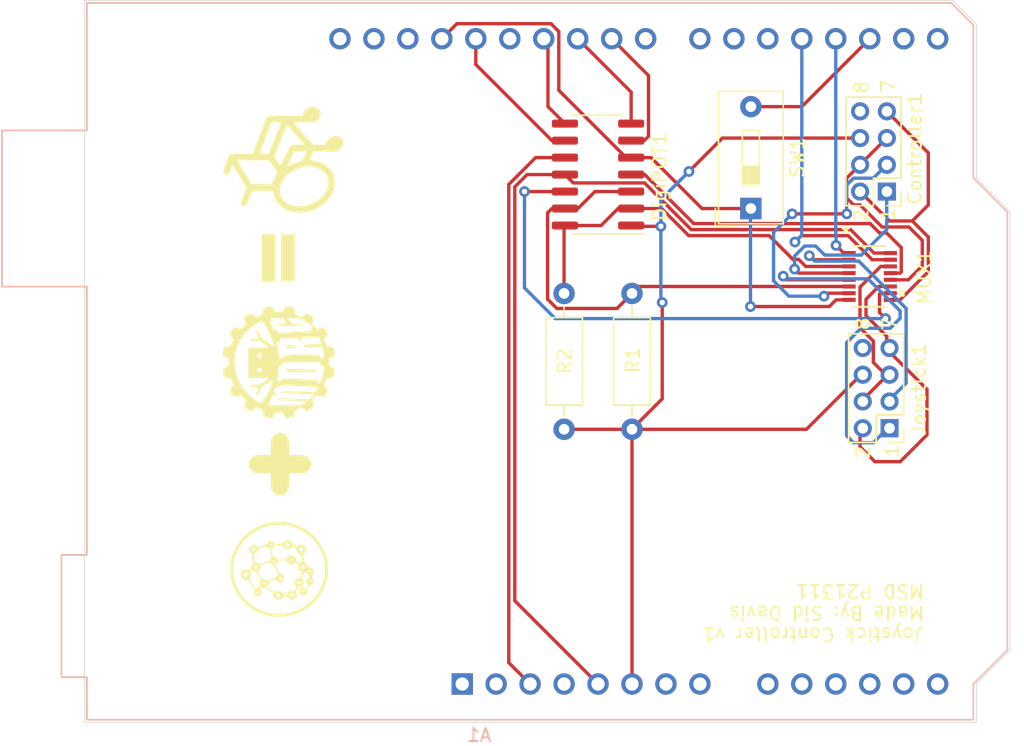
<source format=kicad_pcb>
(kicad_pcb (version 20171130) (host pcbnew "(5.1.5)-3")

  (general
    (thickness 1.6)
    (drawings 19)
    (tracks 208)
    (zones 0)
    (modules 9)
    (nets 47)
  )

  (page A4)
  (layers
    (0 F.Cu signal)
    (31 B.Cu signal)
    (32 B.Adhes user hide)
    (33 F.Adhes user hide)
    (34 B.Paste user)
    (35 F.Paste user)
    (36 B.SilkS user)
    (37 F.SilkS user)
    (38 B.Mask user)
    (39 F.Mask user)
    (40 Dwgs.User user hide)
    (41 Cmts.User user hide)
    (42 Eco1.User user hide)
    (43 Eco2.User user hide)
    (44 Edge.Cuts user)
    (45 Margin user hide)
    (46 B.CrtYd user hide)
    (47 F.CrtYd user hide)
    (48 B.Fab user hide)
    (49 F.Fab user hide)
  )

  (setup
    (last_trace_width 0.25)
    (trace_clearance 0.2)
    (zone_clearance 0.508)
    (zone_45_only no)
    (trace_min 0.2)
    (via_size 0.8)
    (via_drill 0.4)
    (via_min_size 0.4)
    (via_min_drill 0.3)
    (uvia_size 0.3)
    (uvia_drill 0.1)
    (uvias_allowed no)
    (uvia_min_size 0.2)
    (uvia_min_drill 0.1)
    (edge_width 0.05)
    (segment_width 0.2)
    (pcb_text_width 0.3)
    (pcb_text_size 1.5 1.5)
    (mod_edge_width 0.12)
    (mod_text_size 1 1)
    (mod_text_width 0.15)
    (pad_size 1.524 1.524)
    (pad_drill 0.762)
    (pad_to_mask_clearance 0)
    (aux_axis_origin 0 0)
    (visible_elements 7FFFFF7F)
    (pcbplotparams
      (layerselection 0x018fc_ffffffff)
      (usegerberextensions false)
      (usegerberattributes true)
      (usegerberadvancedattributes true)
      (creategerberjobfile true)
      (excludeedgelayer true)
      (linewidth 0.100000)
      (plotframeref false)
      (viasonmask false)
      (mode 1)
      (useauxorigin false)
      (hpglpennumber 1)
      (hpglpenspeed 20)
      (hpglpendiameter 15.000000)
      (psnegative false)
      (psa4output false)
      (plotreference true)
      (plotvalue true)
      (plotinvisibletext false)
      (padsonsilk false)
      (subtractmaskfromsilk false)
      (outputformat 1)
      (mirror false)
      (drillshape 0)
      (scaleselection 1)
      (outputdirectory "GerbersWithLogos/"))
  )

  (net 0 "")
  (net 1 "Net-(A1-Pad17)")
  (net 2 GNDD)
  (net 3 CLK)
  (net 4 MOSI)
  (net 5 CS*)
  (net 6 SHDN*)
  (net 7 GNDA)
  (net 8 +5V)
  (net 9 RST*)
  (net 10 MuxSwitch)
  (net 11 VSS)
  (net 12 VDD)
  (net 13 Yctrl)
  (net 14 Xctrl)
  (net 15 EnMUX)
  (net 16 "Net-(A1-Pad16)")
  (net 17 "Net-(A1-Pad15)")
  (net 18 "Net-(A1-Pad30)")
  (net 19 "Net-(A1-Pad14)")
  (net 20 "Net-(A1-Pad13)")
  (net 21 "Net-(A1-Pad12)")
  (net 22 "Net-(A1-Pad27)")
  (net 23 "Net-(A1-Pad11)")
  (net 24 "Net-(A1-Pad10)")
  (net 25 "Net-(A1-Pad9)")
  (net 26 "Net-(A1-Pad8)")
  (net 27 "Net-(A1-Pad23)")
  (net 28 "Net-(A1-Pad7)")
  (net 29 "Net-(A1-Pad22)")
  (net 30 "Net-(A1-Pad21)")
  (net 31 "Net-(A1-Pad20)")
  (net 32 "Net-(A1-Pad4)")
  (net 33 "Net-(A1-Pad2)")
  (net 34 "Net-(A1-Pad1)")
  (net 35 "Net-(A1-Pad31)")
  (net 36 "Net-(A1-Pad32)")
  (net 37 "Net-(Controller1-Pad8)")
  (net 38 /D3)
  (net 39 /D4)
  (net 40 /D2)
  (net 41 /D1)
  (net 42 "Net-(Joystick1-Pad8)")
  (net 43 /S3A)
  (net 44 /S4A)
  (net 45 /S1A)
  (net 46 /S2A)

  (net_class Default "This is the default net class."
    (clearance 0.2)
    (trace_width 0.25)
    (via_dia 0.8)
    (via_drill 0.4)
    (uvia_dia 0.3)
    (uvia_drill 0.1)
    (add_net +5V)
    (add_net /D1)
    (add_net /D2)
    (add_net /D3)
    (add_net /D4)
    (add_net /S1A)
    (add_net /S2A)
    (add_net /S3A)
    (add_net /S4A)
    (add_net CLK)
    (add_net CS*)
    (add_net EnMUX)
    (add_net GNDA)
    (add_net GNDD)
    (add_net MOSI)
    (add_net MuxSwitch)
    (add_net "Net-(A1-Pad1)")
    (add_net "Net-(A1-Pad10)")
    (add_net "Net-(A1-Pad11)")
    (add_net "Net-(A1-Pad12)")
    (add_net "Net-(A1-Pad13)")
    (add_net "Net-(A1-Pad14)")
    (add_net "Net-(A1-Pad15)")
    (add_net "Net-(A1-Pad16)")
    (add_net "Net-(A1-Pad17)")
    (add_net "Net-(A1-Pad2)")
    (add_net "Net-(A1-Pad20)")
    (add_net "Net-(A1-Pad21)")
    (add_net "Net-(A1-Pad22)")
    (add_net "Net-(A1-Pad23)")
    (add_net "Net-(A1-Pad27)")
    (add_net "Net-(A1-Pad30)")
    (add_net "Net-(A1-Pad31)")
    (add_net "Net-(A1-Pad32)")
    (add_net "Net-(A1-Pad4)")
    (add_net "Net-(A1-Pad7)")
    (add_net "Net-(A1-Pad8)")
    (add_net "Net-(A1-Pad9)")
    (add_net "Net-(Controller1-Pad8)")
    (add_net "Net-(Joystick1-Pad8)")
    (add_net RST*)
    (add_net SHDN*)
    (add_net VDD)
    (add_net VSS)
    (add_net Xctrl)
    (add_net Yctrl)
  )

  (module MSD_logo:PCB-logo (layer F.Cu) (tedit 0) (tstamp 601AFCE0)
    (at 128.7 102 90)
    (fp_text reference G*** (at 0 0 90) (layer Eco2.User) hide
      (effects (font (size 1.524 1.524) (thickness 0.3)))
    )
    (fp_text value LOGO (at 0.75 0 90) (layer Eco2.User) hide
      (effects (font (size 1.524 1.524) (thickness 0.3)))
    )
    (fp_poly (pts (xy 14.667429 -4.304072) (xy 14.797713 -4.267628) (xy 14.94385 -4.218704) (xy 15.139787 -4.149335)
      (xy 15.359463 -4.073586) (xy 15.505224 -4.024539) (xy 15.657598 -3.968342) (xy 15.782856 -3.911839)
      (xy 15.854112 -3.867171) (xy 15.854474 -3.866812) (xy 15.876719 -3.830405) (xy 15.893245 -3.764641)
      (xy 15.90481 -3.658628) (xy 15.912173 -3.501476) (xy 15.916093 -3.282295) (xy 15.917328 -2.990194)
      (xy 15.917334 -2.964451) (xy 15.917334 -2.124949) (xy 16.03375 -2.082322) (xy 16.305333 -1.982083)
      (xy 16.601958 -1.871224) (xy 16.913301 -1.753735) (xy 17.229039 -1.633609) (xy 17.538847 -1.514835)
      (xy 17.832402 -1.401405) (xy 18.099379 -1.29731) (xy 18.329456 -1.20654) (xy 18.512307 -1.133086)
      (xy 18.63761 -1.080939) (xy 18.695039 -1.054091) (xy 18.696715 -1.052899) (xy 18.713383 -1.023282)
      (xy 18.726644 -0.959802) (xy 18.736832 -0.854495) (xy 18.744283 -0.699396) (xy 18.749333 -0.486542)
      (xy 18.752318 -0.207967) (xy 18.753573 0.144292) (xy 18.753667 0.298153) (xy 18.753667 1.601939)
      (xy 18.871793 1.627884) (xy 19.09092 1.716458) (xy 19.263909 1.868379) (xy 19.380383 2.070248)
      (xy 19.429967 2.30867) (xy 19.431 2.349916) (xy 19.397123 2.57649) (xy 19.30481 2.754697)
      (xy 19.168037 2.880041) (xy 19.000782 2.948027) (xy 18.817023 2.954161) (xy 18.630735 2.893945)
      (xy 18.455897 2.762887) (xy 18.388831 2.685096) (xy 18.266834 2.524876) (xy 18.281755 1.723131)
      (xy 18.284852 1.453717) (xy 18.283575 1.230652) (xy 18.278217 1.063818) (xy 18.269075 0.963095)
      (xy 18.258251 0.936943) (xy 18.217299 0.9682) (xy 18.122004 1.048097) (xy 17.981248 1.168959)
      (xy 17.803914 1.323115) (xy 17.598884 1.50289) (xy 17.407247 1.672078) (xy 16.594667 2.391656)
      (xy 16.594667 3.295434) (xy 16.740041 3.343412) (xy 16.894464 3.42954) (xy 17.044109 3.571999)
      (xy 17.165744 3.744488) (xy 17.230836 3.899008) (xy 17.258982 4.134611) (xy 17.207912 4.341255)
      (xy 17.082395 4.516072) (xy 16.918135 4.627705) (xy 16.731975 4.658295) (xy 16.527766 4.607453)
      (xy 16.467006 4.578108) (xy 16.306639 4.451564) (xy 16.177131 4.272611) (xy 16.095206 4.070298)
      (xy 16.075632 3.898203) (xy 16.080819 3.785959) (xy 16.088328 3.610224) (xy 16.097281 3.392112)
      (xy 16.106803 3.152736) (xy 16.110186 3.065826) (xy 16.134876 2.427485) (xy 15.803855 2.278724)
      (xy 15.472834 2.129962) (xy 15.4226 2.427683) (xy 15.317678 2.8526) (xy 15.156555 3.214632)
      (xy 14.938509 3.514851) (xy 14.662817 3.754328) (xy 14.442426 3.882841) (xy 14.324074 3.936904)
      (xy 14.218165 3.971405) (xy 14.099655 3.99064) (xy 13.9435 3.998899) (xy 13.756138 4.0005)
      (xy 13.552929 3.999058) (xy 13.407188 3.990897) (xy 13.291719 3.97026) (xy 13.179331 3.931394)
      (xy 13.042827 3.868544) (xy 12.974932 3.835176) (xy 12.61237 3.611425) (xy 12.294501 3.326673)
      (xy 12.025335 2.991959) (xy 11.808883 2.61832) (xy 11.649153 2.216795) (xy 11.550156 1.798421)
      (xy 11.515901 1.374235) (xy 11.519054 1.335938) (xy 11.983581 1.335938) (xy 12.016634 1.728937)
      (xy 12.12477 2.132068) (xy 12.235125 2.395414) (xy 12.435375 2.742271) (xy 12.67281 3.03373)
      (xy 12.93925 3.265096) (xy 13.226516 3.431676) (xy 13.526428 3.528775) (xy 13.830805 3.551699)
      (xy 14.131469 3.495754) (xy 14.144747 3.491319) (xy 14.39946 3.363778) (xy 14.609593 3.167947)
      (xy 14.762142 2.934757) (xy 14.901738 2.605561) (xy 14.971046 2.271759) (xy 14.97218 1.915548)
      (xy 14.922314 1.5875) (xy 14.802691 1.1922) (xy 14.620587 0.827409) (xy 14.38516 0.505526)
      (xy 14.359246 0.480818) (xy 14.999071 0.480818) (xy 15.010714 0.52156) (xy 15.053765 0.614902)
      (xy 15.10959 0.723032) (xy 15.186676 0.886209) (xy 15.266342 1.085869) (xy 15.32609 1.262288)
      (xy 15.419324 1.572076) (xy 15.763579 1.734891) (xy 15.916769 1.807202) (xy 16.037428 1.86389)
      (xy 16.107774 1.896616) (xy 16.118417 1.901353) (xy 16.122749 1.86349) (xy 16.126223 1.758222)
      (xy 16.128428 1.602808) (xy 16.129 1.458424) (xy 16.129 1.011848) (xy 15.570408 0.73996)
      (xy 15.373001 0.645093) (xy 15.204455 0.566409) (xy 15.078418 0.510099) (xy 15.00854 0.482353)
      (xy 14.999071 0.480818) (xy 14.359246 0.480818) (xy 14.105569 0.238951) (xy 13.790971 0.040085)
      (xy 13.773029 0.03145) (xy 13.596572 -0.045159) (xy 13.596302 -0.045236) (xy 15.072374 -0.045236)
      (xy 15.109179 -0.020004) (xy 15.210179 0.034999) (xy 15.363004 0.113404) (xy 15.555283 0.20884)
      (xy 15.735786 0.296333) (xy 15.96037 0.405784) (xy 16.164228 0.50828) (xy 16.332441 0.596077)
      (xy 16.450087 0.661429) (xy 16.496078 0.690989) (xy 16.538582 0.729378) (xy 16.566732 0.776478)
      (xy 16.583468 0.849126) (xy 16.591731 0.96416) (xy 16.594459 1.138419) (xy 16.594667 1.255669)
      (xy 16.594667 1.743193) (xy 16.73225 1.627613) (xy 16.807867 1.562853) (xy 16.934051 1.453412)
      (xy 17.097847 1.310585) (xy 17.286301 1.145668) (xy 17.47304 0.981751) (xy 17.660441 0.816069)
      (xy 17.823012 0.670546) (xy 17.951159 0.553918) (xy 18.035286 0.474926) (xy 18.065797 0.442306)
      (xy 18.065707 0.442008) (xy 18.014683 0.415368) (xy 17.897912 0.364011) (xy 17.727321 0.292621)
      (xy 17.514839 0.205881) (xy 17.272396 0.108473) (xy 17.011919 0.005079) (xy 16.745338 -0.099617)
      (xy 16.484582 -0.200932) (xy 16.241579 -0.294185) (xy 16.028258 -0.374691) (xy 15.856548 -0.437769)
      (xy 15.738377 -0.478736) (xy 15.685675 -0.492909) (xy 15.684579 -0.492721) (xy 15.62146 -0.457479)
      (xy 15.518495 -0.389325) (xy 15.394791 -0.302227) (xy 15.269457 -0.21015) (xy 15.161599 -0.127062)
      (xy 15.090324 -0.066929) (xy 15.072374 -0.045236) (xy 13.596302 -0.045236) (xy 13.450992 -0.086532)
      (xy 13.295231 -0.102086) (xy 13.186834 -0.103015) (xy 12.883793 -0.065694) (xy 12.623582 0.041837)
      (xy 12.402359 0.222227) (xy 12.216285 0.478122) (xy 12.14451 0.615418) (xy 12.026058 0.961842)
      (xy 11.983581 1.335938) (xy 11.519054 1.335938) (xy 11.550398 0.955276) (xy 11.657656 0.552581)
      (xy 11.724457 0.392896) (xy 11.902483 0.096276) (xy 12.134299 -0.161201) (xy 12.404906 -0.367767)
      (xy 12.699301 -0.511657) (xy 12.960147 -0.576311) (xy 13.167494 -0.603817) (xy 13.165607 -0.732674)
      (xy 13.629433 -0.732674) (xy 14.0643 -0.517669) (xy 14.240947 -0.431877) (xy 14.391238 -0.361765)
      (xy 14.498168 -0.31508) (xy 14.54321 -0.299499) (xy 14.59224 -0.32219) (xy 14.694371 -0.386435)
      (xy 14.835204 -0.482681) (xy 15.000339 -0.601375) (xy 15.01946 -0.615458) (xy 15.451667 -0.934583)
      (xy 15.451667 -1.280583) (xy 15.917393 -1.280583) (xy 15.917453 -0.9525) (xy 17.070976 -0.479642)
      (xy 17.364422 -0.359689) (xy 17.632609 -0.250706) (xy 17.86551 -0.156717) (xy 18.053093 -0.081748)
      (xy 18.185331 -0.029821) (xy 18.252193 -0.004962) (xy 18.257898 -0.003392) (xy 18.271551 -0.040863)
      (xy 18.279563 -0.143881) (xy 18.280827 -0.293448) (xy 18.279065 -0.365954) (xy 18.266834 -0.731908)
      (xy 17.10301 -1.170288) (xy 16.807901 -1.281312) (xy 16.539591 -1.381996) (xy 16.307984 -1.468644)
      (xy 16.122985 -1.537559) (xy 15.994498 -1.585046) (xy 15.932428 -1.607409) (xy 15.92826 -1.608667)
      (xy 15.923119 -1.569728) (xy 15.919296 -1.466482) (xy 15.917462 -1.319288) (xy 15.917393 -1.280583)
      (xy 15.451667 -1.280583) (xy 15.451667 -2.097125) (xy 15.45056 -2.400912) (xy 15.447437 -2.675036)
      (xy 15.442592 -2.908688) (xy 15.436321 -3.091061) (xy 15.428919 -3.211348) (xy 15.420682 -3.258742)
      (xy 15.419917 -3.259062) (xy 15.376241 -3.237886) (xy 15.270611 -3.17874) (xy 15.113397 -3.087674)
      (xy 14.914971 -2.970734) (xy 14.685702 -2.833968) (xy 14.520334 -2.734456) (xy 13.6525 -2.210454)
      (xy 13.640966 -1.471564) (xy 13.629433 -0.732674) (xy 13.165607 -0.732674) (xy 13.155997 -1.388682)
      (xy 13.1445 -2.173548) (xy 12.617016 -2.380144) (xy 12.417057 -2.460184) (xy 12.243281 -2.532961)
      (xy 12.11226 -2.591303) (xy 12.040565 -2.628039) (xy 12.034932 -2.632054) (xy 11.989842 -2.716263)
      (xy 11.984947 -2.831431) (xy 12.019077 -2.934642) (xy 12.043964 -2.963442) (xy 12.101473 -2.9978)
      (xy 12.174971 -3.009964) (xy 12.27716 -2.997392) (xy 12.420745 -2.957543) (xy 12.618431 -2.887873)
      (xy 12.832344 -2.80572) (xy 13.366854 -2.596287) (xy 14.248504 -3.12615) (xy 15.130154 -3.656014)
      (xy 14.809329 -3.764757) (xy 14.64819 -3.823602) (xy 14.512794 -3.880682) (xy 14.42821 -3.925261)
      (xy 14.419752 -3.9316) (xy 14.360847 -4.027399) (xy 14.364849 -4.138791) (xy 14.420671 -4.240219)
      (xy 14.517227 -4.306124) (xy 14.58735 -4.318) (xy 14.667429 -4.304072)) (layer F.SilkS) (width 0.01))
    (fp_poly (pts (xy -0.171262 -4.332966) (xy -0.112355 -4.272874) (xy -0.054526 -4.168164) (xy -0.044586 -4.148009)
      (xy 0.058994 -3.937) (xy 0.620527 -3.937) (xy 0.719667 -4.148667) (xy 0.776297 -4.260353)
      (xy 0.831783 -4.326979) (xy 0.906035 -4.354777) (xy 1.018958 -4.34998) (xy 1.190462 -4.318822)
      (xy 1.234336 -4.309812) (xy 1.478935 -4.259291) (xy 1.504158 -4.066396) (xy 1.521127 -3.937744)
      (xy 1.534195 -3.840641) (xy 1.537274 -3.818558) (xy 1.577379 -3.773526) (xy 1.67384 -3.711378)
      (xy 1.786028 -3.65488) (xy 2.02689 -3.546144) (xy 2.218136 -3.702856) (xy 2.344826 -3.793639)
      (xy 2.435373 -3.831489) (xy 2.464107 -3.827839) (xy 2.527534 -3.788556) (xy 2.635409 -3.719514)
      (xy 2.733929 -3.655521) (xy 2.949025 -3.514931) (xy 2.886014 -3.257004) (xy 2.823003 -2.999076)
      (xy 2.995706 -2.826373) (xy 3.168409 -2.653669) (xy 3.426337 -2.716681) (xy 3.684265 -2.779692)
      (xy 3.824854 -2.564596) (xy 3.905485 -2.440257) (xy 3.969503 -2.339782) (xy 3.997172 -2.294774)
      (xy 3.989978 -2.228642) (xy 3.926305 -2.119387) (xy 3.872189 -2.048802) (xy 3.715478 -1.857557)
      (xy 3.824109 -1.616695) (xy 3.89205 -1.479249) (xy 3.949696 -1.40341) (xy 4.013826 -1.370564)
      (xy 4.051287 -1.364655) (xy 4.229429 -1.346072) (xy 4.342014 -1.322565) (xy 4.40776 -1.281062)
      (xy 4.445384 -1.208494) (xy 4.473603 -1.09179) (xy 4.478934 -1.066026) (xy 4.514256 -0.881739)
      (xy 4.52418 -0.759604) (xy 4.502299 -0.679262) (xy 4.442207 -0.620356) (xy 4.337497 -0.562527)
      (xy 4.317342 -0.552587) (xy 4.106334 -0.449007) (xy 4.106334 0.112527) (xy 4.318 0.211667)
      (xy 4.429687 0.268296) (xy 4.496312 0.323783) (xy 4.52411 0.398034) (xy 4.519314 0.510958)
      (xy 4.488156 0.682462) (xy 4.479146 0.726336) (xy 4.428625 0.970934) (xy 4.235729 0.996157)
      (xy 4.107078 1.013127) (xy 4.009974 1.026194) (xy 3.987891 1.029274) (xy 3.94286 1.069378)
      (xy 3.880711 1.16584) (xy 3.824213 1.278028) (xy 3.715478 1.51889) (xy 3.872189 1.710135)
      (xy 3.962972 1.836826) (xy 4.000823 1.927373) (xy 3.997172 1.956107) (xy 3.957889 2.019533)
      (xy 3.888848 2.127409) (xy 3.824854 2.225929) (xy 3.684265 2.441025) (xy 3.426337 2.378014)
      (xy 3.168409 2.315002) (xy 2.995706 2.487706) (xy 2.823003 2.660409) (xy 2.886014 2.918337)
      (xy 2.949025 3.176264) (xy 2.733929 3.316854) (xy 2.60959 3.397485) (xy 2.509115 3.461503)
      (xy 2.464107 3.489172) (xy 2.397975 3.481978) (xy 2.28872 3.418305) (xy 2.218136 3.364189)
      (xy 2.02689 3.207477) (xy 1.786028 3.316213) (xy 1.658621 3.381403) (xy 1.56835 3.442122)
      (xy 1.537274 3.479891) (xy 1.527246 3.553287) (xy 1.511277 3.673484) (xy 1.504158 3.727729)
      (xy 1.478935 3.920624) (xy 1.234336 3.971145) (xy 1.048471 4.006905) (xy 0.925237 4.017573)
      (xy 0.844728 3.996915) (xy 0.787036 3.938697) (xy 0.732252 3.836688) (xy 0.719667 3.81)
      (xy 0.620527 3.598333) (xy 0.058994 3.598333) (xy -0.044586 3.809342) (xy -0.108283 3.92385)
      (xy -0.175025 3.991447) (xy -0.264215 4.017736) (xy -0.395252 4.00832) (xy -0.587538 3.968801)
      (xy -0.592666 3.967621) (xy -0.709281 3.938937) (xy -0.785486 3.916766) (xy -0.799169 3.910841)
      (xy -0.812206 3.865188) (xy -0.829117 3.760843) (xy -0.841503 3.661496) (xy -0.867833 3.425055)
      (xy -1.108695 3.316266) (xy -1.349556 3.207477) (xy -1.540802 3.364189) (xy -1.667493 3.454972)
      (xy -1.75804 3.492822) (xy -1.786774 3.489172) (xy -1.8502 3.449889) (xy -1.958075 3.380847)
      (xy -2.056596 3.316854) (xy -2.271692 3.176264) (xy -2.20868 2.918337) (xy -2.177759 2.791765)
      (xy -1.185333 2.791765) (xy -1.17759 2.902314) (xy -1.140344 2.960237) (xy -1.052566 2.99715)
      (xy -1.04775 2.998624) (xy -0.859723 3.050157) (xy -0.637229 3.102646) (xy -0.40772 3.150457)
      (xy -0.198648 3.187951) (xy -0.037465 3.209494) (xy -0.010583 3.211568) (xy 0.053936 3.203184)
      (xy 0.080416 3.151796) (xy 0.084667 3.069167) (xy 0.091747 2.969619) (xy 0.127657 2.928789)
      (xy 0.211667 2.921) (xy 0.338667 2.921) (xy 0.338667 0.127) (xy 0.235516 0.127)
      (xy 0.161519 0.111889) (xy 0.127808 0.050207) (xy 0.119099 -0.010583) (xy 0.105834 -0.148167)
      (xy -0.192267 -0.169333) (xy 0.677334 -0.169333) (xy 0.677334 0) (xy 0.684798 0.111389)
      (xy 0.714054 0.160455) (xy 0.7582 0.169333) (xy 0.798963 0.178895) (xy 0.826132 0.218512)
      (xy 0.844703 0.304583) (xy 0.859675 0.453507) (xy 0.864629 0.518583) (xy 0.872502 0.663909)
      (xy 0.880305 0.876225) (xy 0.887572 1.137856) (xy 0.893841 1.431127) (xy 0.898648 1.738363)
      (xy 0.900179 1.87329) (xy 0.910167 2.878747) (xy 0.79375 2.878707) (xy 0.713986 2.888842)
      (xy 0.682328 2.93652) (xy 0.677334 3.019778) (xy 0.679098 3.10724) (xy 0.692902 3.165603)
      (xy 0.73151 3.197197) (xy 0.807688 3.204356) (xy 0.9342 3.18941) (xy 1.123812 3.154692)
      (xy 1.264548 3.127041) (xy 1.491928 3.0822) (xy 1.476214 2.39835) (xy 1.470765 2.143801)
      (xy 1.46883 1.961512) (xy 1.471705 1.839103) (xy 1.480689 1.764197) (xy 1.497078 1.724414)
      (xy 1.522169 1.707377) (xy 1.549189 1.701832) (xy 1.588679 1.701275) (xy 1.615764 1.722607)
      (xy 1.634242 1.780211) (xy 1.647917 1.888467) (xy 1.660589 2.061759) (xy 1.665606 2.142334)
      (xy 1.6775 2.358797) (xy 1.686842 2.570796) (xy 1.692371 2.74742) (xy 1.693334 2.82232)
      (xy 1.693334 3.049136) (xy 1.852084 2.979814) (xy 1.979762 2.929226) (xy 2.091181 2.893308)
      (xy 2.107108 2.889449) (xy 2.142908 2.879418) (xy 2.168274 2.859115) (xy 2.184716 2.815993)
      (xy 2.193741 2.737505) (xy 2.196859 2.611107) (xy 2.195581 2.424252) (xy 2.191774 2.185619)
      (xy 2.180167 1.502833) (xy 2.042584 1.516125) (xy 1.9479 1.517339) (xy 1.910616 1.484167)
      (xy 1.905 1.424238) (xy 1.923691 1.344163) (xy 1.995298 1.300856) (xy 2.038076 1.289832)
      (xy 2.171153 1.260603) (xy 2.144129 0.852552) (xy 2.13173 0.635781) (xy 2.122271 0.414216)
      (xy 2.117287 0.226002) (xy 2.116886 0.176553) (xy 2.1168 0.070761) (xy 2.543365 0.070761)
      (xy 2.549006 0.250835) (xy 2.560494 0.488304) (xy 2.577588 0.791816) (xy 2.600047 1.170019)
      (xy 2.6035 1.227667) (xy 2.62069 1.514727) (xy 2.636112 1.77256) (xy 2.649069 1.989518)
      (xy 2.658868 2.153953) (xy 2.664812 2.254219) (xy 2.666322 2.280285) (xy 2.697237 2.271157)
      (xy 2.770863 2.227681) (xy 2.772834 2.226393) (xy 2.847144 2.182513) (xy 2.874685 2.194512)
      (xy 2.878667 2.263857) (xy 2.888314 2.345142) (xy 2.923359 2.3619) (xy 2.992955 2.312808)
      (xy 3.069278 2.236283) (xy 3.258872 2.02212) (xy 3.390573 1.843762) (xy 3.460438 1.706954)
      (xy 3.471081 1.651) (xy 3.493485 1.543815) (xy 3.547549 1.421224) (xy 3.556158 1.40656)
      (xy 3.598329 1.320658) (xy 3.624151 1.217085) (xy 3.637103 1.073615) (xy 3.640667 0.86802)
      (xy 3.640667 0.86681) (xy 3.639396 0.69423) (xy 3.635982 0.558875) (xy 3.631021 0.479156)
      (xy 3.627688 0.465667) (xy 3.592579 0.492185) (xy 3.51344 0.561526) (xy 3.413255 0.653269)
      (xy 3.211801 0.840872) (xy 3.220902 1.185173) (xy 3.221204 1.377664) (xy 3.208408 1.502565)
      (xy 3.180342 1.576248) (xy 3.166805 1.592671) (xy 3.13988 1.610866) (xy 3.120136 1.595139)
      (xy 3.10525 1.5339) (xy 3.092896 1.415557) (xy 3.080752 1.228516) (xy 3.075803 1.138788)
      (xy 3.06422 0.887318) (xy 3.055 0.618567) (xy 3.049292 0.37016) (xy 3.048 0.227676)
      (xy 3.049874 0.039801) (xy 3.057783 -0.081243) (xy 3.075156 -0.153248) (xy 3.105421 -0.194011)
      (xy 3.132667 -0.211667) (xy 3.175581 -0.229818) (xy 3.200834 -0.217162) (xy 3.213094 -0.158612)
      (xy 3.217028 -0.03908) (xy 3.217334 0.06201) (xy 3.221935 0.214162) (xy 3.234112 0.326869)
      (xy 3.251422 0.379496) (xy 3.255089 0.381) (xy 3.307213 0.356437) (xy 3.39934 0.293584)
      (xy 3.464571 0.243417) (xy 3.636297 0.105833) (xy 3.638482 -0.328083) (xy 3.634663 -0.552757)
      (xy 3.620063 -0.695975) (xy 3.593992 -0.760349) (xy 3.55576 -0.748485) (xy 3.534834 -0.719667)
      (xy 3.481227 -0.67801) (xy 3.438567 -0.709289) (xy 3.429 -0.762) (xy 3.411019 -0.829675)
      (xy 3.351212 -0.83902) (xy 3.240782 -0.790236) (xy 3.201164 -0.767134) (xy 3.066198 -0.698256)
      (xy 2.918651 -0.639532) (xy 2.910417 -0.636851) (xy 2.805212 -0.593564) (xy 2.760161 -0.53794)
      (xy 2.751667 -0.461476) (xy 2.726915 -0.352195) (xy 2.645834 -0.288631) (xy 2.61132 -0.271334)
      (xy 2.584103 -0.248526) (xy 2.56394 -0.21156) (xy 2.550591 -0.151789) (xy 2.543813 -0.060564)
      (xy 2.543365 0.070761) (xy 2.1168 0.070761) (xy 2.116667 -0.091394) (xy 1.989667 -0.0635)
      (xy 1.901274 -0.051316) (xy 1.867729 -0.083661) (xy 1.862667 -0.16597) (xy 1.862037 -0.235092)
      (xy 1.849312 -0.274917) (xy 1.808237 -0.288496) (xy 1.722558 -0.278883) (xy 1.57602 -0.249133)
      (xy 1.502818 -0.233569) (xy 1.30283 -0.199857) (xy 1.088068 -0.176782) (xy 0.941917 -0.170069)
      (xy 0.677334 -0.169333) (xy -0.192267 -0.169333) (xy -0.275166 -0.175219) (xy -0.473128 -0.193529)
      (xy -0.662972 -0.218317) (xy -0.811355 -0.245033) (xy -0.84215 -0.252568) (xy -0.980965 -0.277666)
      (xy -1.060161 -0.252218) (xy -1.094601 -0.165935) (xy -1.100018 -0.074083) (xy -1.08663 0.011639)
      (xy -1.029697 0.040773) (xy -0.994833 0.042333) (xy -0.963493 0.040138) (xy -0.938374 0.039102)
      (xy -0.919145 0.047546) (xy -0.905476 0.073794) (xy -0.897035 0.126167) (xy -0.893491 0.212987)
      (xy -0.894511 0.342578) (xy -0.899767 0.523261) (xy -0.908924 0.763358) (xy -0.921654 1.071192)
      (xy -0.937624 1.455085) (xy -0.93812 1.467144) (xy -0.988875 2.701455) (xy -1.087104 2.664109)
      (xy -1.150348 2.646904) (xy -1.178286 2.67281) (xy -1.18521 2.760399) (xy -1.185333 2.791765)
      (xy -2.177759 2.791765) (xy -2.145669 2.660409) (xy -2.491076 2.315002) (xy -2.749003 2.378014)
      (xy -3.006931 2.441025) (xy -3.14752 2.225929) (xy -3.228151 2.10159) (xy -3.29217 2.001115)
      (xy -3.319838 1.956107) (xy -3.312666 1.88995) (xy -3.249019 1.780737) (xy -3.19528 1.710654)
      (xy -3.047176 1.529912) (xy -2.878666 1.529912) (xy -2.749633 1.717456) (xy -2.670661 1.822185)
      (xy -2.60606 1.890259) (xy -2.580299 1.905) (xy -2.565668 1.864362) (xy -2.553806 1.749172)
      (xy -2.545282 1.569517) (xy -2.540666 1.335484) (xy -2.54 1.191837) (xy -2.538238 0.917255)
      (xy -2.533385 0.637321) (xy -2.526092 0.377976) (xy -2.517012 0.165164) (xy -2.512313 0.088619)
      (xy -2.498007 -0.092792) (xy -2.484163 -0.2023) (xy -2.467211 -0.252573) (xy -2.443576 -0.25628)
      (xy -2.420424 -0.237234) (xy -2.401329 -0.209605) (xy -2.387478 -0.163742) (xy -2.378734 -0.089886)
      (xy -2.374957 0.021717) (xy -2.376009 0.180825) (xy -2.381752 0.397194) (xy -2.392049 0.68058)
      (xy -2.403435 0.961234) (xy -2.450647 2.0955) (xy -2.296232 2.25425) (xy -2.199492 2.349367)
      (xy -2.129722 2.400308) (xy -2.082462 2.399994) (xy -2.053258 2.341346) (xy -2.037652 2.217285)
      (xy -2.031186 2.020733) (xy -2.029691 1.830917) (xy -2.026567 1.573232) (xy -2.019622 1.298145)
      (xy -2.009587 1.019082) (xy -1.997196 0.749471) (xy -1.983178 0.502738) (xy -1.968266 0.292309)
      (xy -1.953191 0.131611) (xy -1.938685 0.03407) (xy -1.93055 0.011439) (xy -1.900651 -0.003039)
      (xy -1.878108 0.025329) (xy -1.862557 0.103143) (xy -1.853632 0.237006) (xy -1.850969 0.433518)
      (xy -1.854201 0.699281) (xy -1.862965 1.040898) (xy -1.866777 1.164167) (xy -1.877093 1.468749)
      (xy -1.887824 1.751982) (xy -1.898388 2.000793) (xy -1.908196 2.202112) (xy -1.916666 2.342867)
      (xy -1.922325 2.404792) (xy -1.927659 2.490124) (xy -1.902158 2.551938) (xy -1.829688 2.614539)
      (xy -1.747023 2.668897) (xy -1.636583 2.734401) (xy -1.558328 2.77234) (xy -1.534542 2.776319)
      (xy -1.527954 2.731279) (xy -1.517953 2.612918) (xy -1.505285 2.43248) (xy -1.490695 2.20121)
      (xy -1.474931 1.93035) (xy -1.459429 1.644381) (xy -1.442517 1.326246) (xy -1.425698 1.018715)
      (xy -1.409854 0.737255) (xy -1.395866 0.497332) (xy -1.384616 0.314414) (xy -1.378299 0.221139)
      (xy -1.368172 0.061678) (xy -1.370291 -0.034409) (xy -1.389524 -0.088092) (xy -1.430739 -0.120341)
      (xy -1.460946 -0.134906) (xy -1.544993 -0.204004) (xy -1.566333 -0.304176) (xy -1.577562 -0.38271)
      (xy -1.622519 -0.437746) (xy -1.718107 -0.481377) (xy -1.87325 -0.523775) (xy -1.956489 -0.534887)
      (xy -1.986403 -0.4985) (xy -1.989666 -0.441779) (xy -2.006371 -0.362281) (xy -2.044179 -0.350135)
      (xy -2.084631 -0.397836) (xy -2.108526 -0.490094) (xy -2.122147 -0.551008) (xy -2.158175 -0.602474)
      (xy -2.231264 -0.655747) (xy -2.356073 -0.722079) (xy -2.500109 -0.790756) (xy -2.878666 -0.967679)
      (xy -2.878666 1.529912) (xy -3.047176 1.529912) (xy -3.038994 1.519927) (xy -3.143178 1.278547)
      (xy -3.206788 1.150535) (xy -3.267594 1.06003) (xy -3.306431 1.029274) (xy -3.382599 1.019211)
      (xy -3.504658 1.00319) (xy -3.558395 0.996157) (xy -3.751291 0.970934) (xy -3.801812 0.726336)
      (xy -3.837572 0.54047) (xy -3.84824 0.417237) (xy -3.827581 0.336728) (xy -3.769364 0.279035)
      (xy -3.667354 0.224252) (xy -3.640666 0.211667) (xy -3.429 0.112527) (xy -3.429 -0.451194)
      (xy -3.640666 -0.550333) (xy -3.752353 -0.606963) (xy -3.818979 -0.66245) (xy -3.846777 -0.736701)
      (xy -3.84198 -0.849625) (xy -3.810822 -1.021129) (xy -3.801812 -1.065003) (xy -3.751291 -1.309601)
      (xy -3.558395 -1.334824) (xy -3.428586 -1.351834) (xy -3.329273 -1.364908) (xy -3.306431 -1.367941)
      (xy -3.259749 -1.408335) (xy -3.207232 -1.490504) (xy -2.709333 -1.490504) (xy -2.673117 -1.437768)
      (xy -2.573741 -1.357733) (xy -2.425117 -1.258151) (xy -2.241154 -1.146777) (xy -2.035763 -1.031365)
      (xy -1.822855 -0.919667) (xy -1.616339 -0.819437) (xy -1.430128 -0.738429) (xy -1.27813 -0.684396)
      (xy -1.248833 -0.67644) (xy -1.127931 -0.641942) (xy -1.039318 -0.610948) (xy -0.98762 -0.592674)
      (xy -0.980593 -0.609212) (xy -1.018236 -0.676595) (xy -1.039318 -0.710868) (xy -1.176339 -0.925934)
      (xy -1.311026 -1.124839) (xy -1.434546 -1.2957) (xy -1.538067 -1.426638) (xy -1.612755 -1.505771)
      (xy -1.643849 -1.524) (xy -1.787645 -1.545156) (xy -1.923411 -1.600315) (xy -2.036121 -1.677015)
      (xy -2.110746 -1.762794) (xy -2.132261 -1.845189) (xy -2.099377 -1.901782) (xy -2.045161 -1.921979)
      (xy -1.985241 -1.878272) (xy -1.959453 -1.847293) (xy -1.840017 -1.757691) (xy -1.714866 -1.729283)
      (xy -1.607101 -1.725594) (xy -1.552501 -1.753743) (xy -1.520454 -1.833318) (xy -1.51385 -1.857913)
      (xy -1.50324 -2.041851) (xy -1.52739 -2.124852) (xy -1.557027 -2.224285) (xy -1.53897 -2.285822)
      (xy -1.527106 -2.298939) (xy -1.477 -2.320613) (xy -1.417237 -2.276814) (xy -1.395816 -2.251809)
      (xy -1.350893 -2.179557) (xy -1.331871 -2.089392) (xy -1.334366 -1.953394) (xy -1.339318 -1.891976)
      (xy -1.362661 -1.629833) (xy -1.102538 -1.259417) (xy -0.995778 -1.108438) (xy -0.908594 -0.987121)
      (xy -0.851306 -0.909705) (xy -0.833958 -0.888948) (xy -0.831967 -0.929061) (xy -0.831527 -1.040654)
      (xy -0.832557 -1.210554) (xy -0.834978 -1.425589) (xy -0.837347 -1.582485) (xy -0.420364 -1.582485)
      (xy -0.379863 -1.499356) (xy -0.287095 -1.446716) (xy -0.225173 -1.439333) (xy -0.140333 -1.469094)
      (xy -0.101151 -1.54875) (xy -0.101153 -1.552482) (xy 0.677524 -1.552482) (xy 0.701875 -1.471585)
      (xy 0.705556 -1.467556) (xy 0.782802 -1.43996) (xy 0.885635 -1.451398) (xy 0.967798 -1.496097)
      (xy 0.971981 -1.500802) (xy 1.005116 -1.591988) (xy 0.976337 -1.680542) (xy 0.906429 -1.74568)
      (xy 0.816178 -1.766618) (xy 0.738802 -1.733981) (xy 0.691757 -1.655366) (xy 0.677524 -1.552482)
      (xy -0.101153 -1.552482) (xy -0.10123 -1.669911) (xy -0.159705 -1.746077) (xy -0.259636 -1.761843)
      (xy -0.315936 -1.744082) (xy -0.401441 -1.672071) (xy -0.420364 -1.582485) (xy -0.837347 -1.582485)
      (xy -0.838701 -1.672115) (xy -0.851902 -2.455333) (xy 1.397 -2.455333) (xy 1.397 -1.693333)
      (xy 1.39867 -1.450076) (xy 1.40331 -1.239142) (xy 1.410363 -1.073847) (xy 1.419274 -0.967506)
      (xy 1.42875 -0.933187) (xy 1.464311 -0.966849) (xy 1.535158 -1.056248) (xy 1.629911 -1.186479)
      (xy 1.70539 -1.295463) (xy 1.950281 -1.655885) (xy 1.91041 -1.875248) (xy 1.893723 -2.016251)
      (xy 1.896683 -2.126793) (xy 1.906625 -2.162037) (xy 1.984973 -2.263471) (xy 2.068968 -2.300482)
      (xy 2.112755 -2.288418) (xy 2.144154 -2.250227) (xy 2.127308 -2.185824) (xy 2.096638 -2.129993)
      (xy 2.052765 -2.042952) (xy 2.047911 -1.969801) (xy 2.081279 -1.869256) (xy 2.091155 -1.845369)
      (xy 2.147787 -1.73881) (xy 2.202229 -1.705264) (xy 2.225732 -1.709882) (xy 2.323245 -1.731198)
      (xy 2.388501 -1.735667) (xy 2.485713 -1.775047) (xy 2.533021 -1.843088) (xy 2.578205 -1.916145)
      (xy 2.632197 -1.921088) (xy 2.668135 -1.904393) (xy 2.754305 -1.858276) (xy 2.668201 -1.737353)
      (xy 2.556631 -1.63512) (xy 2.383401 -1.565609) (xy 2.368434 -1.56167) (xy 2.249681 -1.524959)
      (xy 2.162308 -1.474828) (xy 2.081763 -1.391621) (xy 1.983489 -1.25568) (xy 1.980209 -1.250872)
      (xy 1.867124 -1.085896) (xy 1.748709 -0.914524) (xy 1.664823 -0.794184) (xy 1.588436 -0.679184)
      (xy 1.537294 -0.59039) (xy 1.524 -0.555264) (xy 1.560901 -0.549267) (xy 1.660907 -0.568631)
      (xy 1.807973 -0.608658) (xy 1.986052 -0.664646) (xy 2.1791 -0.731899) (xy 2.3495 -0.797019)
      (xy 2.743364 -0.981269) (xy 3.15174 -1.221588) (xy 3.201966 -1.254536) (xy 3.318095 -1.334853)
      (xy 3.380725 -1.399384) (xy 3.3927 -1.469892) (xy 3.356859 -1.568143) (xy 3.276046 -1.715901)
      (xy 3.264787 -1.735667) (xy 3.025132 -2.10471) (xy 2.749952 -2.439908) (xy 2.455475 -2.723184)
      (xy 2.2225 -2.896676) (xy 2.036751 -3.015488) (xy 1.899591 -3.099229) (xy 1.789052 -3.159626)
      (xy 1.683166 -3.208407) (xy 1.559965 -3.257297) (xy 1.515612 -3.274013) (xy 1.019612 -3.417121)
      (xy 0.513374 -3.482215) (xy 0.007403 -3.470683) (xy -0.487795 -3.383915) (xy -0.961715 -3.2233)
      (xy -1.403854 -2.990228) (xy -1.5875 -2.863678) (xy -1.791494 -2.697227) (xy -2.000449 -2.502202)
      (xy -2.192212 -2.301016) (xy -2.344629 -2.116082) (xy -2.388646 -2.053167) (xy -2.542053 -1.813044)
      (xy -2.645425 -1.638659) (xy -2.699787 -1.528213) (xy -2.709333 -1.490504) (xy -3.207232 -1.490504)
      (xy -3.197661 -1.505478) (xy -3.143178 -1.617214) (xy -3.038994 -1.858594) (xy -3.19528 -2.049321)
      (xy -3.285873 -2.17582) (xy -3.323528 -2.266232) (xy -3.319838 -2.294774) (xy -3.280556 -2.3582)
      (xy -3.211514 -2.466076) (xy -3.14752 -2.564596) (xy -3.006931 -2.779692) (xy -2.749003 -2.716681)
      (xy -2.491076 -2.653669) (xy -2.145669 -2.999076) (xy -2.20868 -3.257004) (xy -2.271692 -3.514931)
      (xy -2.056596 -3.655521) (xy -1.932257 -3.736152) (xy -1.831782 -3.80017) (xy -1.786774 -3.827839)
      (xy -1.720642 -3.820645) (xy -1.611386 -3.756972) (xy -1.540802 -3.702856) (xy -1.349556 -3.546144)
      (xy -1.108695 -3.654776) (xy -0.971249 -3.722717) (xy -0.89541 -3.780363) (xy -0.862564 -3.844493)
      (xy -0.856655 -3.881954) (xy -0.838072 -4.060096) (xy -0.814564 -4.172681) (xy -0.773062 -4.238427)
      (xy -0.700494 -4.276051) (xy -0.583789 -4.30427) (xy -0.558026 -4.309601) (xy -0.373739 -4.344922)
      (xy -0.251603 -4.354846) (xy -0.171262 -4.332966)) (layer F.SilkS) (width 0.01))
    (fp_poly (pts (xy -14.528417 -3.744055) (xy -14.0231 -3.609413) (xy -13.538702 -3.397142) (xy -13.2335 -3.214017)
      (xy -12.797441 -2.874083) (xy -12.42701 -2.482954) (xy -12.120159 -2.037808) (xy -11.874843 -1.535821)
      (xy -11.740495 -1.155206) (xy -11.695083 -0.99775) (xy -11.663592 -0.859733) (xy -11.643539 -0.7191)
      (xy -11.632439 -0.553792) (xy -11.627809 -0.341755) (xy -11.627087 -0.148167) (xy -11.628591 0.11089)
      (xy -11.634767 0.307401) (xy -11.648111 0.463462) (xy -11.671121 0.601164) (xy -11.706293 0.742603)
      (xy -11.741142 0.861103) (xy -11.942156 1.398501) (xy -12.201241 1.877163) (xy -12.522615 2.303687)
      (xy -12.902569 2.677893) (xy -13.124875 2.844486) (xy -13.400517 3.015019) (xy -13.701211 3.174591)
      (xy -13.998674 3.308303) (xy -14.264621 3.401253) (xy -14.2875 3.407497) (xy -14.438522 3.43634)
      (xy -14.64657 3.461426) (xy -14.886808 3.48131) (xy -15.134398 3.494548) (xy -15.364504 3.499693)
      (xy -15.552292 3.495303) (xy -15.642166 3.486292) (xy -16.132204 3.367495) (xy -16.614207 3.174733)
      (xy -17.070385 2.917794) (xy -17.482948 2.606465) (xy -17.785353 2.307167) (xy -18.08293 1.913717)
      (xy -18.335486 1.46399) (xy -18.531713 0.97937) (xy -18.59118 0.783167) (xy -18.649319 0.488854)
      (xy -18.68185 0.142589) (xy -18.687312 -0.148167) (xy -18.471345 -0.148167) (xy -18.469459 0.105228)
      (xy -18.461918 0.298032) (xy -18.445902 0.454273) (xy -18.41859 0.59798) (xy -18.37716 0.753182)
      (xy -18.357986 0.817349) (xy -18.158632 1.338374) (xy -17.895025 1.807977) (xy -17.571376 2.222186)
      (xy -17.191897 2.577029) (xy -16.7608 2.868533) (xy -16.282297 3.092726) (xy -15.790333 3.239147)
      (xy -15.511756 3.27861) (xy -15.184757 3.289197) (xy -14.840046 3.272131) (xy -14.508336 3.228638)
      (xy -14.285468 3.179114) (xy -13.822906 3.009527) (xy -13.379351 2.762195) (xy -12.9646 2.443537)
      (xy -12.602628 2.076477) (xy -12.465964 1.892317) (xy -12.319371 1.651566) (xy -12.175587 1.379208)
      (xy -12.047351 1.100229) (xy -11.947401 0.839612) (xy -11.910841 0.719667) (xy -11.873836 0.524268)
      (xy -11.848426 0.271709) (xy -11.834903 -0.013145) (xy -11.833557 -0.305429) (xy -11.84468 -0.580276)
      (xy -11.868562 -0.812822) (xy -11.891526 -0.931333) (xy -12.067126 -1.460806) (xy -12.312965 -1.943978)
      (xy -12.631339 -2.385074) (xy -12.7635 -2.533683) (xy -13.151748 -2.890382) (xy -13.574649 -3.174198)
      (xy -14.024266 -3.385094) (xy -14.492661 -3.523033) (xy -14.971897 -3.58798) (xy -15.454037 -3.579897)
      (xy -15.931144 -3.498749) (xy -16.39528 -3.344498) (xy -16.838509 -3.11711) (xy -17.252893 -2.816546)
      (xy -17.528234 -2.555548) (xy -17.812925 -2.22339) (xy -18.037417 -1.885291) (xy -18.216827 -1.514982)
      (xy -18.357986 -1.113683) (xy -18.405266 -0.948311) (xy -18.4374 -0.803196) (xy -18.457208 -0.654308)
      (xy -18.467513 -0.477621) (xy -18.471134 -0.249104) (xy -18.471345 -0.148167) (xy -18.687312 -0.148167)
      (xy -18.688791 -0.226886) (xy -18.670158 -0.590828) (xy -18.62597 -0.920494) (xy -18.590047 -1.0795)
      (xy -18.403386 -1.615465) (xy -18.146831 -2.105221) (xy -17.822006 -2.545996) (xy -17.583765 -2.796597)
      (xy -17.315594 -3.037464) (xy -17.06374 -3.226753) (xy -16.799324 -3.384478) (xy -16.580894 -3.491589)
      (xy -16.080892 -3.674837) (xy -15.566212 -3.777506) (xy -15.045754 -3.800332) (xy -14.528417 -3.744055)) (layer F.SilkS) (width 0.01))
    (fp_poly (pts (xy -7.022682 -2.388248) (xy -6.83801 -2.254982) (xy -6.68281 -2.052127) (xy -6.678083 -2.043867)
      (xy -6.6467 -1.9732) (xy -6.625287 -1.880854) (xy -6.612158 -1.75076) (xy -6.605628 -1.566849)
      (xy -6.604 -1.337552) (xy -6.604 -0.762) (xy -6.034492 -0.762) (xy -5.758062 -0.758356)
      (xy -5.551084 -0.745455) (xy -5.398582 -0.720344) (xy -5.285575 -0.680068) (xy -5.197085 -0.621675)
      (xy -5.162677 -0.590096) (xy -5.035402 -0.437392) (xy -4.970611 -0.279094) (xy -4.953 -0.084893)
      (xy -4.961196 0.069462) (xy -4.994409 0.179926) (xy -5.065578 0.286412) (xy -5.078532 0.302334)
      (xy -5.17928 0.411647) (xy -5.284054 0.490104) (xy -5.409122 0.542568) (xy -5.570752 0.573904)
      (xy -5.785214 0.588978) (xy -6.049481 0.592667) (xy -6.604 0.592667) (xy -6.604 1.147185)
      (xy -6.60819 1.426091) (xy -6.624048 1.636712) (xy -6.656506 1.795162) (xy -6.710497 1.917554)
      (xy -6.790951 2.020002) (xy -6.900865 2.117088) (xy -7.019082 2.197006) (xy -7.135279 2.234499)
      (xy -7.288589 2.243667) (xy -7.481736 2.225442) (xy -7.616306 2.173732) (xy -7.618593 2.172154)
      (xy -7.742001 2.077507) (xy -7.831713 1.982134) (xy -7.89296 1.870507) (xy -7.930968 1.727096)
      (xy -7.950968 1.536375) (xy -7.958186 1.282815) (xy -7.958666 1.162175) (xy -7.958666 0.592667)
      (xy -8.534218 0.592667) (xy -8.7815 0.590701) (xy -8.960252 0.583679) (xy -9.086542 0.569917)
      (xy -9.176439 0.547728) (xy -9.240533 0.518583) (xy -9.447097 0.36395) (xy -9.583378 0.180015)
      (xy -9.646241 -0.022305) (xy -9.63255 -0.232096) (xy -9.539171 -0.438441) (xy -9.522375 -0.462572)
      (xy -9.43333 -0.571859) (xy -9.338295 -0.651313) (xy -9.222201 -0.705487) (xy -9.06998 -0.738934)
      (xy -8.866564 -0.756208) (xy -8.596884 -0.761863) (xy -8.531526 -0.762) (xy -7.958666 -0.762)
      (xy -7.958601 -1.344083) (xy -7.954508 -1.629534) (xy -7.939089 -1.845632) (xy -7.907527 -2.007441)
      (xy -7.855002 -2.130027) (xy -7.776694 -2.228453) (xy -7.667786 -2.317782) (xy -7.641166 -2.336391)
      (xy -7.435498 -2.432366) (xy -7.225591 -2.448514) (xy -7.022682 -2.388248)) (layer F.SilkS) (width 0.01))
    (fp_poly (pts (xy 9.906 1.016) (xy 6.392334 1.016) (xy 6.392334 0) (xy 9.906 0)
      (xy 9.906 1.016)) (layer F.SilkS) (width 0.01))
    (fp_poly (pts (xy 9.906 -0.423333) (xy 6.35 -0.423333) (xy 6.35 -1.439333) (xy 9.906 -1.439333)
      (xy 9.906 -0.423333)) (layer F.SilkS) (width 0.01))
    (fp_poly (pts (xy -0.183707 1.153583) (xy -0.193228 1.425723) (xy -0.201354 1.698253) (xy -0.207469 1.947331)
      (xy -0.210958 2.149111) (xy -0.211537 2.233083) (xy -0.215135 2.392275) (xy -0.224604 2.51217)
      (xy -0.238154 2.573409) (xy -0.243416 2.577422) (xy -0.307601 2.563705) (xy -0.355354 2.551976)
      (xy -0.392007 2.536136) (xy -0.413554 2.500691) (xy -0.422022 2.429274) (xy -0.419439 2.305518)
      (xy -0.408489 2.12297) (xy -0.398448 1.92537) (xy -0.390061 1.672848) (xy -0.384096 1.395145)
      (xy -0.381323 1.122002) (xy -0.381219 1.068917) (xy -0.381 0.423333) (xy -0.156007 0.423333)
      (xy -0.183707 1.153583)) (layer F.SilkS) (width 0.01))
    (fp_poly (pts (xy 1.586703 0.362652) (xy 1.601598 0.418373) (xy 1.607563 0.526725) (xy 1.608666 0.703408)
      (xy 1.608667 0.712193) (xy 1.605876 0.900685) (xy 1.595765 1.020419) (xy 1.575727 1.087175)
      (xy 1.543152 1.116731) (xy 1.541704 1.117304) (xy 1.476329 1.139646) (xy 1.46065 1.143)
      (xy 1.450232 1.104281) (xy 1.43565 1.001992) (xy 1.419796 0.856936) (xy 1.417417 0.83203)
      (xy 1.401587 0.624326) (xy 1.402293 0.485933) (xy 1.422361 0.402611) (xy 1.464619 0.360124)
      (xy 1.513849 0.346306) (xy 1.55881 0.343863) (xy 1.586703 0.362652)) (layer F.SilkS) (width 0.01))
    (fp_poly (pts (xy -15.407132 -3.011115) (xy -15.281358 -2.914951) (xy -15.196062 -2.781249) (xy -15.167131 -2.631749)
      (xy -15.185244 -2.53858) (xy -15.206965 -2.429932) (xy -15.16959 -2.329564) (xy -15.157612 -2.310641)
      (xy -15.100499 -2.242189) (xy -15.060297 -2.226044) (xy -15.058868 -2.227243) (xy -14.995549 -2.239637)
      (xy -14.896766 -2.21637) (xy -14.79789 -2.16816) (xy -14.757213 -2.135833) (xy -14.715853 -2.104197)
      (xy -14.660497 -2.091947) (xy -14.655917 -2.092312) (xy -13.78342 -2.092312) (xy -13.780636 -2.005588)
      (xy -13.757886 -1.967961) (xy -13.67361 -1.910647) (xy -13.592017 -1.924479) (xy -13.560939 -1.957917)
      (xy -13.522098 -2.068318) (xy -13.562123 -2.153761) (xy -13.571311 -2.161887) (xy -13.65737 -2.192692)
      (xy -13.735202 -2.162091) (xy -13.78342 -2.092312) (xy -14.655917 -2.092312) (xy -14.5703 -2.099135)
      (xy -14.424417 -2.125812) (xy -14.37067 -2.136798) (xy -14.211182 -2.164947) (xy -14.0814 -2.17907)
      (xy -14.005436 -2.176735) (xy -13.999167 -2.174282) (xy -13.971245 -2.166781) (xy -13.980015 -2.179867)
      (xy -13.9728 -2.224512) (xy -13.911139 -2.286242) (xy -13.818468 -2.348939) (xy -13.718225 -2.396485)
      (xy -13.641019 -2.413) (xy -13.529981 -2.377388) (xy -13.417625 -2.288417) (xy -13.329895 -2.172886)
      (xy -13.292734 -2.057593) (xy -13.292666 -2.053167) (xy -13.325812 -1.938506) (xy -13.409622 -1.823865)
      (xy -13.526577 -1.70691) (xy -13.436847 -1.419446) (xy -13.382322 -1.26082) (xy -13.332177 -1.163436)
      (xy -13.272644 -1.105836) (xy -13.217392 -1.077436) (xy -13.075427 -0.981484) (xy -13.006474 -0.852446)
      (xy -13.014466 -0.705077) (xy -13.084072 -0.577209) (xy -13.200573 -0.484749) (xy -13.331143 -0.46799)
      (xy -13.454664 -0.527226) (xy -13.49677 -0.5715) (xy -13.562112 -0.634434) (xy -13.647344 -0.668338)
      (xy -13.77123 -0.676002) (xy -13.952534 -0.660215) (xy -14.027591 -0.650413) (xy -14.154737 -0.624395)
      (xy -14.213981 -0.586297) (xy -14.224 -0.549269) (xy -14.249508 -0.463553) (xy -14.304015 -0.376232)
      (xy -14.3444 -0.313387) (xy -14.365605 -0.235565) (xy -14.370657 -0.119951) (xy -14.362581 0.056272)
      (xy -14.36219 0.062375) (xy -14.348044 0.237639) (xy -14.327993 0.352291) (xy -14.294437 0.430367)
      (xy -14.239775 0.495904) (xy -14.218675 0.516197) (xy -14.119855 0.648954) (xy -14.097 0.761538)
      (xy -14.1341 0.904021) (xy -14.229578 1.022261) (xy -14.359697 1.091782) (xy -14.425902 1.100667)
      (xy -14.535359 1.138096) (xy -14.617934 1.232709) (xy -14.65952 1.357992) (xy -14.64601 1.48743)
      (xy -14.639739 1.502594) (xy -14.611197 1.563141) (xy -14.580769 1.595116) (xy -14.527355 1.60206)
      (xy -14.429855 1.587512) (xy -14.29456 1.560489) (xy -14.152337 1.522802) (xy -14.069432 1.481181)
      (xy -14.065659 1.475006) (xy -13.828361 1.475006) (xy -13.819155 1.56103) (xy -13.803611 1.583951)
      (xy -13.723162 1.640113) (xy -13.673666 1.651) (xy -13.586087 1.620463) (xy -13.543722 1.583951)
      (xy -13.51457 1.497993) (xy -13.5527 1.420986) (xy -13.642318 1.378226) (xy -13.673666 1.375833)
      (xy -13.774601 1.404842) (xy -13.828361 1.475006) (xy -14.065659 1.475006) (xy -14.054666 1.457016)
      (xy -14.01805 1.358979) (xy -13.924911 1.259911) (xy -13.800312 1.181408) (xy -13.69617 1.148139)
      (xy -13.581487 1.117591) (xy -13.518103 1.05738) (xy -13.484901 0.978818) (xy -13.459482 0.879501)
      (xy -13.47598 0.809122) (xy -13.545148 0.72775) (xy -13.555244 0.717601) (xy -13.651134 0.579543)
      (xy -13.673666 0.474632) (xy -13.670732 0.462383) (xy -13.462 0.462383) (xy -13.429987 0.561468)
      (xy -13.353626 0.611528) (xy -13.26243 0.603851) (xy -13.192958 0.541803) (xy -13.172774 0.441771)
      (xy -13.216752 0.34869) (xy -13.271079 0.311804) (xy -13.35847 0.316795) (xy -13.433087 0.377869)
      (xy -13.462 0.462383) (xy -13.670732 0.462383) (xy -13.640599 0.336607) (xy -13.557217 0.205984)
      (xy -13.44725 0.117101) (xy -13.418562 0.105483) (xy -13.370832 0.077625) (xy -13.345411 0.01851)
      (xy -13.33585 -0.093295) (xy -13.335 -0.172186) (xy -13.328508 -0.306314) (xy -13.311585 -0.397123)
      (xy -13.292666 -0.423333) (xy -13.269604 -0.385033) (xy -13.254229 -0.286124) (xy -13.250333 -0.187657)
      (xy -13.244874 -0.044374) (xy -13.219093 0.05021) (xy -13.158884 0.131834) (xy -13.102166 0.187758)
      (xy -12.989668 0.339571) (xy -12.956849 0.496463) (xy -13.000942 0.644242) (xy -13.119184 0.768712)
      (xy -13.226752 0.827219) (xy -13.349165 0.916244) (xy -13.418868 1.044015) (xy -13.427793 1.184679)
      (xy -13.375345 1.303309) (xy -13.302526 1.447998) (xy -13.314105 1.59065) (xy -13.410211 1.732642)
      (xy -13.41641 1.738923) (xy -13.564541 1.841836) (xy -13.715895 1.860424) (xy -13.866142 1.794693)
      (xy -13.931502 1.738343) (xy -14.002273 1.671521) (xy -14.06221 1.638534) (xy -14.139444 1.633903)
      (xy -14.262111 1.652149) (xy -14.319829 1.662713) (xy -14.493024 1.704429) (xy -14.614735 1.762605)
      (xy -14.715832 1.850536) (xy -14.813982 1.93562) (xy -14.904466 1.984812) (xy -14.93075 1.989667)
      (xy -14.98801 2.005215) (xy -15.000627 2.067477) (xy -14.995399 2.114155) (xy -15.003444 2.230631)
      (xy -15.075966 2.337299) (xy -15.085473 2.346988) (xy -15.221723 2.436235) (xy -15.362808 2.44484)
      (xy -15.495525 2.372402) (xy -15.508607 2.359908) (xy -15.6227 2.288935) (xy -15.74887 2.298151)
      (xy -15.852669 2.354589) (xy -15.96141 2.400718) (xy -16.046373 2.413) (xy -16.147318 2.383592)
      (xy -16.249585 2.312271) (xy -16.322859 2.224392) (xy -16.340666 2.166855) (xy -16.359397 2.144679)
      (xy -16.109886 2.144679) (xy -16.078032 2.192075) (xy -16.044333 2.201333) (xy -15.989133 2.170855)
      (xy -15.982641 2.161925) (xy -15.985391 2.111741) (xy -16.036284 2.08493) (xy -16.087357 2.095927)
      (xy -16.109886 2.144679) (xy -16.359397 2.144679) (xy -16.375795 2.125266) (xy -16.42015 2.116667)
      (xy -16.499464 2.094003) (xy -16.559576 2.042861) (xy -16.574475 1.988508) (xy -16.565929 1.97504)
      (xy -16.514249 1.974537) (xy -16.444431 2.008296) (xy -16.374207 2.043737) (xy -16.318286 2.02769)
      (xy -16.253756 1.966111) (xy -16.146263 1.889263) (xy -16.044333 1.862667) (xy -15.93284 1.895246)
      (xy -15.828026 1.97518) (xy -15.759498 2.075763) (xy -15.748 2.129978) (xy -15.717334 2.190985)
      (xy -15.6845 2.201333) (xy -15.632828 2.165851) (xy -15.626364 2.137917) (xy -15.402634 2.137917)
      (xy -15.37402 2.207386) (xy -15.307473 2.237271) (xy -15.293531 2.235726) (xy -15.22288 2.186909)
      (xy -15.205607 2.147802) (xy -15.224974 2.076538) (xy -15.290277 2.040141) (xy -15.364515 2.056462)
      (xy -15.375466 2.065867) (xy -15.402634 2.137917) (xy -15.626364 2.137917) (xy -15.621 2.114742)
      (xy -15.588882 2.021967) (xy -15.510273 1.918044) (xy -15.411787 1.834529) (xy -15.364595 1.810712)
      (xy -15.326257 1.775616) (xy -15.36494 1.730391) (xy -15.474231 1.679308) (xy -15.550491 1.655923)
      (xy -15.146396 1.655923) (xy -15.114249 1.712994) (xy -15.024149 1.765585) (xy -14.921169 1.751573)
      (xy -14.842157 1.68027) (xy -14.820725 1.610243) (xy -14.868159 1.550007) (xy -14.879348 1.541463)
      (xy -14.992624 1.492884) (xy -15.087711 1.525958) (xy -15.127174 1.573368) (xy -15.146396 1.655923)
      (xy -15.550491 1.655923) (xy -15.636908 1.629424) (xy -15.779174 1.595711) (xy -15.868114 1.587348)
      (xy -15.931191 1.604348) (xy -15.972144 1.629575) (xy -16.081901 1.679683) (xy -16.162842 1.693333)
      (xy -16.262634 1.660883) (xy -16.371581 1.580687) (xy -16.462595 1.478479) (xy -16.508586 1.379993)
      (xy -16.50947 1.369701) (xy -16.271809 1.369701) (xy -16.241323 1.430565) (xy -16.167387 1.472399)
      (xy -16.081363 1.445003) (xy -16.028422 1.387211) (xy -16.007482 1.313784) (xy -16.056315 1.239875)
      (xy -16.056428 1.239762) (xy -16.141737 1.19537) (xy -16.218758 1.215322) (xy -16.268458 1.279979)
      (xy -16.271809 1.369701) (xy -16.50947 1.369701) (xy -16.51 1.363548) (xy -16.545445 1.286167)
      (xy -16.638749 1.197424) (xy -16.670897 1.174774) (xy -16.775846 1.11155) (xy -16.842792 1.094781)
      (xy -16.900418 1.118755) (xy -16.911821 1.126816) (xy -17.048846 1.181324) (xy -17.192085 1.153521)
      (xy -17.31759 1.06159) (xy -17.420581 0.913751) (xy -17.427972 0.853768) (xy -17.219169 0.853768)
      (xy -17.178866 0.922867) (xy -17.088046 0.97088) (xy -16.998994 0.934557) (xy -16.974626 0.908913)
      (xy -16.949844 0.827526) (xy -16.96957 0.731131) (xy -17.020942 0.655859) (xy -17.072126 0.635)
      (xy -17.164507 0.669751) (xy -17.217394 0.753117) (xy -17.219169 0.853768) (xy -17.427972 0.853768)
      (xy -17.439169 0.762898) (xy -17.373377 0.612426) (xy -17.314333 0.54382) (xy -17.210731 0.398072)
      (xy -17.189196 0.254622) (xy -17.249881 0.120408) (xy -17.30375 0.065135) (xy -17.379649 -0.017213)
      (xy -17.413501 -0.114122) (xy -17.418055 -0.195251) (xy -17.221793 -0.195251) (xy -17.185399 -0.103503)
      (xy -17.098451 -0.04623) (xy -17.007051 -0.073034) (xy -16.984133 -0.093133) (xy -16.937024 -0.181851)
      (xy -16.940377 -0.279908) (xy -16.982346 -0.364028) (xy -17.051084 -0.410934) (xy -17.134746 -0.39735)
      (xy -17.137965 -0.395389) (xy -17.20594 -0.309447) (xy -17.221793 -0.195251) (xy -17.418055 -0.195251)
      (xy -17.420166 -0.232833) (xy -17.410477 -0.369205) (xy -17.37097 -0.460714) (xy -17.296962 -0.536641)
      (xy -17.163686 -0.617002) (xy -17.057959 -0.625622) (xy -16.957693 -0.63279) (xy -16.886013 -0.703524)
      (xy -16.877682 -0.717063) (xy -16.805801 -0.819237) (xy -16.721058 -0.914159) (xy -16.639726 -0.987281)
      (xy -16.578077 -1.024056) (xy -16.552383 -1.009936) (xy -16.552333 -1.007937) (xy -16.58253 -0.926389)
      (xy -16.615322 -0.889425) (xy -16.678582 -0.819699) (xy -16.753367 -0.715207) (xy -16.766448 -0.694539)
      (xy -16.820534 -0.59723) (xy -16.8292 -0.533584) (xy -16.795696 -0.467984) (xy -16.788126 -0.457045)
      (xy -16.731729 -0.311934) (xy -16.737229 -0.151318) (xy -16.796437 -0.001479) (xy -16.901167 0.111303)
      (xy -16.976771 0.148517) (xy -17.046318 0.206431) (xy -17.063681 0.298333) (xy -17.030876 0.393166)
      (xy -16.956739 0.456944) (xy -16.818685 0.561996) (xy -16.741493 0.712046) (xy -16.734379 0.86627)
      (xy -16.741231 0.968294) (xy -16.706275 1.033209) (xy -16.620605 1.092242) (xy -16.483307 1.173249)
      (xy -16.367293 1.073458) (xy -16.223499 0.988959) (xy -16.083037 0.988317) (xy -15.941659 1.071796)
      (xy -15.90947 1.102017) (xy -15.823173 1.206994) (xy -15.795862 1.302912) (xy -15.799566 1.35605)
      (xy -15.80292 1.441794) (xy -15.765316 1.488862) (xy -15.66659 1.523797) (xy -15.52651 1.55686)
      (xy -15.43218 1.552928) (xy -15.349323 1.502643) (xy -15.258464 1.412393) (xy -15.164623 1.320561)
      (xy -15.089147 1.279679) (xy -14.996033 1.27579) (xy -14.927182 1.283961) (xy -14.809847 1.295482)
      (xy -14.746134 1.279515) (xy -14.706341 1.223603) (xy -14.689177 1.18415) (xy -14.659535 1.07987)
      (xy -14.681387 0.994852) (xy -14.705801 0.954239) (xy -14.757205 0.841215) (xy -14.774333 0.748095)
      (xy -14.774311 0.748022) (xy -14.553839 0.748022) (xy -14.538838 0.802098) (xy -14.524135 0.820919)
      (xy -14.453141 0.882045) (xy -14.389739 0.865367) (xy -14.349237 0.823375) (xy -14.317106 0.758634)
      (xy -14.356168 0.696356) (xy -14.356562 0.695961) (xy -14.414981 0.656255) (xy -14.477717 0.678235)
      (xy -14.499494 0.693505) (xy -14.553839 0.748022) (xy -14.774311 0.748022) (xy -14.747408 0.661964)
      (xy -14.681954 0.560271) (xy -14.60095 0.471745) (xy -14.527376 0.425116) (xy -14.51456 0.423333)
      (xy -14.497582 0.38435) (xy -14.484797 0.280754) (xy -14.478367 0.132575) (xy -14.478 0.084667)
      (xy -14.479845 -0.084251) (xy -14.488141 -0.185504) (xy -14.507033 -0.236063) (xy -14.540665 -0.252901)
      (xy -14.56069 -0.254) (xy -14.64428 -0.285946) (xy -14.71944 -0.356419) (xy -14.7955 -0.458838)
      (xy -15.127235 -0.28282) (xy -15.306915 -0.180833) (xy -15.423398 -0.096214) (xy -15.492613 -0.016208)
      (xy -15.515234 0.027858) (xy -15.611034 0.167281) (xy -15.74274 0.242243) (xy -15.890106 0.248265)
      (xy -16.032883 0.180862) (xy -16.067424 0.150091) (xy -16.155661 0.016482) (xy -16.158188 -0.067863)
      (xy -15.954365 -0.067863) (xy -15.94244 -0.01617) (xy -15.88827 0.033514) (xy -15.810049 0.03277)
      (xy -15.744869 -0.01026) (xy -15.726833 -0.0635) (xy -15.756777 -0.134388) (xy -15.823126 -0.15302)
      (xy -15.922737 -0.134213) (xy -15.954365 -0.067863) (xy -16.158188 -0.067863) (xy -16.159788 -0.12125)
      (xy -16.080016 -0.259542) (xy -16.041109 -0.299345) (xy -15.970332 -0.373486) (xy -15.937407 -0.442798)
      (xy -15.941958 -0.529353) (xy -15.983609 -0.655221) (xy -16.032995 -0.774684) (xy -16.08694 -0.879024)
      (xy -16.143633 -0.920965) (xy -16.21046 -0.922379) (xy -16.323659 -0.944139) (xy -16.347984 -0.962557)
      (xy -15.967336 -0.962557) (xy -15.948353 -0.867668) (xy -15.901632 -0.719206) (xy -15.896135 -0.702831)
      (xy -15.829858 -0.529998) (xy -15.763679 -0.418286) (xy -15.683697 -0.345313) (xy -15.667833 -0.335215)
      (xy -15.581192 -0.272942) (xy -15.537572 -0.222829) (xy -15.536333 -0.216809) (xy -15.501534 -0.21752)
      (xy -15.408066 -0.251027) (xy -15.272326 -0.31096) (xy -15.183799 -0.35377) (xy -15.032002 -0.43228)
      (xy -14.91565 -0.498184) (xy -14.850831 -0.542064) (xy -14.842938 -0.553324) (xy -14.837781 -0.576693)
      (xy -14.595146 -0.576693) (xy -14.57654 -0.502494) (xy -14.523635 -0.465765) (xy -14.520333 -0.465667)
      (xy -14.46806 -0.499643) (xy -14.449883 -0.532012) (xy -14.448096 -0.610266) (xy -14.490197 -0.661029)
      (xy -14.550855 -0.659849) (xy -14.568288 -0.646312) (xy -14.595146 -0.576693) (xy -14.837781 -0.576693)
      (xy -14.831269 -0.606194) (xy -14.784763 -0.692056) (xy -14.723856 -0.779766) (xy -14.668982 -0.838177)
      (xy -14.650477 -0.846667) (xy -14.643375 -0.882983) (xy -14.662133 -0.978771) (xy -14.702714 -1.114289)
      (xy -14.708904 -1.132417) (xy -14.775217 -1.322212) (xy -14.821345 -1.445038) (xy -14.854374 -1.514081)
      (xy -14.881394 -1.542523) (xy -14.909491 -1.543551) (xy -14.926764 -1.537673) (xy -15.022476 -1.537119)
      (xy -15.13656 -1.579748) (xy -15.139116 -1.581589) (xy -14.736789 -1.581589) (xy -14.72029 -1.493082)
      (xy -14.677079 -1.359689) (xy -14.642176 -1.262752) (xy -14.590617 -1.111853) (xy -14.557884 -0.9965)
      (xy -14.54892 -0.935062) (xy -14.552528 -0.929676) (xy -14.539803 -0.914283) (xy -14.468819 -0.878263)
      (xy -14.445601 -0.867947) (xy -14.345871 -0.810773) (xy -14.286008 -0.750976) (xy -14.283249 -0.745021)
      (xy -14.244488 -0.704558) (xy -14.164398 -0.718283) (xy -14.154142 -0.722084) (xy -14.042782 -0.748236)
      (xy -13.901292 -0.762045) (xy -13.871994 -0.762648) (xy -13.730834 -0.770917) (xy -13.681911 -0.790466)
      (xy -13.365248 -0.790466) (xy -13.352433 -0.718918) (xy -13.302198 -0.678112) (xy -13.292666 -0.677333)
      (xy -13.240394 -0.71131) (xy -13.222217 -0.743679) (xy -13.220525 -0.824046) (xy -13.270048 -0.863669)
      (xy -13.330939 -0.849177) (xy -13.365248 -0.790466) (xy -13.681911 -0.790466) (xy -13.640795 -0.806895)
      (xy -13.568808 -0.88929) (xy -13.526803 -0.957945) (xy -13.487267 -1.032833) (xy -13.471348 -1.098807)
      (xy -13.478962 -1.182961) (xy -13.510028 -1.312395) (xy -13.52554 -1.370138) (xy -13.571703 -1.524416)
      (xy -13.616722 -1.619775) (xy -13.67612 -1.68031) (xy -13.753882 -1.724527) (xy -13.89291 -1.828208)
      (xy -13.97 -1.939754) (xy -14.011553 -2.022163) (xy -14.056931 -2.059947) (xy -14.134231 -2.064425)
      (xy -14.245166 -2.050618) (xy -14.393345 -2.031848) (xy -14.523779 -2.018685) (xy -14.565356 -2.015864)
      (xy -14.644074 -1.997984) (xy -14.659852 -1.941405) (xy -14.656629 -1.920594) (xy -14.663387 -1.818666)
      (xy -14.701253 -1.712262) (xy -14.729476 -1.647288) (xy -14.736789 -1.581589) (xy -15.139116 -1.581589)
      (xy -15.230284 -1.647247) (xy -15.262084 -1.696224) (xy -15.280551 -1.731821) (xy -15.31637 -1.740409)
      (xy -15.385674 -1.718052) (xy -15.504596 -1.660818) (xy -15.591575 -1.615875) (xy -15.742135 -1.535354)
      (xy -15.831586 -1.477765) (xy -15.874545 -1.428172) (xy -15.885633 -1.371642) (xy -15.882161 -1.318996)
      (xy -15.891171 -1.190777) (xy -15.930546 -1.085698) (xy -15.960696 -1.027393) (xy -15.967336 -0.962557)
      (xy -16.347984 -0.962557) (xy -16.426601 -1.022081) (xy -16.506091 -1.133964) (xy -16.548931 -1.257546)
      (xy -16.547578 -1.279383) (xy -16.330114 -1.279383) (xy -16.308864 -1.219615) (xy -16.300096 -1.208625)
      (xy -16.241064 -1.154391) (xy -16.213666 -1.143) (xy -16.163357 -1.171788) (xy -16.127237 -1.208625)
      (xy -16.09623 -1.270965) (xy -16.131778 -1.332926) (xy -16.14322 -1.344696) (xy -16.202734 -1.392158)
      (xy -16.251672 -1.37529) (xy -16.284113 -1.344696) (xy -16.330114 -1.279383) (xy -16.547578 -1.279383)
      (xy -16.541924 -1.370585) (xy -16.508206 -1.424194) (xy -16.493052 -1.480302) (xy -16.527554 -1.521002)
      (xy -16.590557 -1.550296) (xy -16.665544 -1.520915) (xy -16.686934 -1.506508) (xy -16.796228 -1.454885)
      (xy -16.881177 -1.439334) (xy -16.994999 -1.475796) (xy -17.101218 -1.566332) (xy -17.172564 -1.682661)
      (xy -17.187316 -1.75675) (xy -16.968967 -1.75675) (xy -16.940353 -1.687281) (xy -16.873806 -1.657396)
      (xy -16.859864 -1.658941) (xy -16.789213 -1.707758) (xy -16.771941 -1.746864) (xy -16.791307 -1.818129)
      (xy -16.85661 -1.854525) (xy -16.930848 -1.838205) (xy -16.9418 -1.8288) (xy -16.968967 -1.75675)
      (xy -17.187316 -1.75675) (xy -17.187333 -1.756833) (xy -17.150469 -1.879083) (xy -17.058479 -1.990009)
      (xy -16.939264 -2.06171) (xy -16.869833 -2.074334) (xy -16.761947 -2.042931) (xy -16.654093 -1.965756)
      (xy -16.575187 -1.868353) (xy -16.552333 -1.793841) (xy -16.516216 -1.678089) (xy -16.420122 -1.607442)
      (xy -16.282437 -1.594951) (xy -16.273904 -1.59623) (xy -16.148577 -1.598121) (xy -16.067938 -1.568357)
      (xy -16.022524 -1.549834) (xy -15.950724 -1.559501) (xy -15.836612 -1.601776) (xy -15.667977 -1.679293)
      (xy -15.516672 -1.757563) (xy -15.3997 -1.828901) (xy -15.356678 -1.864093) (xy -15.109049 -1.864093)
      (xy -15.06166 -1.804073) (xy -15.051426 -1.796273) (xy -14.980834 -1.757063) (xy -14.926306 -1.77858)
      (xy -14.903977 -1.799547) (xy -14.862521 -1.871606) (xy -14.885498 -1.937544) (xy -14.960586 -2.003804)
      (xy -15.040331 -1.98797) (xy -15.087219 -1.934271) (xy -15.109049 -1.864093) (xy -15.356678 -1.864093)
      (xy -15.334756 -1.882024) (xy -15.32723 -1.896519) (xy -15.306994 -1.971243) (xy -15.262981 -2.070825)
      (xy -15.225213 -2.169929) (xy -15.240113 -2.241144) (xy -15.252397 -2.259671) (xy -15.298984 -2.302759)
      (xy -15.364085 -2.302591) (xy -15.443593 -2.27622) (xy -15.545055 -2.24737) (xy -15.631126 -2.257409)
      (xy -15.74314 -2.310551) (xy -15.82654 -2.352842) (xy -15.894583 -2.369376) (xy -15.965504 -2.354296)
      (xy -16.057541 -2.301748) (xy -16.188928 -2.205876) (xy -16.27531 -2.139685) (xy -16.382997 -2.067152)
      (xy -16.479127 -2.019127) (xy -16.547564 -2.000496) (xy -16.572175 -2.016142) (xy -16.549395 -2.056707)
      (xy -16.494186 -2.105672) (xy -16.388679 -2.186191) (xy -16.253113 -2.28298) (xy -16.215346 -2.308988)
      (xy -16.066245 -2.416431) (xy -15.980513 -2.494279) (xy -15.947352 -2.553773) (xy -15.948534 -2.586669)
      (xy -15.946573 -2.645833) (xy -15.748 -2.645833) (xy -15.716817 -2.567099) (xy -15.646416 -2.491352)
      (xy -15.571522 -2.455424) (xy -15.568393 -2.455333) (xy -15.503413 -2.481405) (xy -15.444417 -2.525395)
      (xy -15.384228 -2.599967) (xy -15.367 -2.649371) (xy -15.400482 -2.729769) (xy -15.476466 -2.804093)
      (xy -15.5575 -2.836333) (xy -15.640914 -2.802646) (xy -15.716602 -2.725997) (xy -15.748 -2.645833)
      (xy -15.946573 -2.645833) (xy -15.94408 -2.721037) (xy -15.877207 -2.855938) (xy -15.766974 -2.968886)
      (xy -15.63244 -3.037395) (xy -15.5575 -3.048) (xy -15.407132 -3.011115)) (layer F.SilkS) (width 0.01))
    (fp_poly (pts (xy -16.662917 1.39153) (xy -16.551991 1.48352) (xy -16.48029 1.602736) (xy -16.467666 1.672167)
      (xy -16.497016 1.77772) (xy -16.568 1.882117) (xy -16.571576 1.885757) (xy -16.674749 1.957951)
      (xy -16.781331 1.989605) (xy -16.785166 1.989667) (xy -16.89072 1.960317) (xy -16.995117 1.889333)
      (xy -16.998757 1.885757) (xy -17.070951 1.782584) (xy -17.102605 1.676002) (xy -17.102664 1.67225)
      (xy -16.884301 1.67225) (xy -16.855687 1.741719) (xy -16.78914 1.771604) (xy -16.775197 1.770059)
      (xy -16.704546 1.721242) (xy -16.687274 1.682136) (xy -16.70664 1.610871) (xy -16.771943 1.574475)
      (xy -16.846182 1.590795) (xy -16.857133 1.6002) (xy -16.884301 1.67225) (xy -17.102664 1.67225)
      (xy -17.102666 1.672167) (xy -17.065803 1.549917) (xy -16.973813 1.438991) (xy -16.854597 1.36729)
      (xy -16.785166 1.354667) (xy -16.662917 1.39153)) (layer F.SilkS) (width 0.01))
    (fp_poly (pts (xy -15.24 2.0955) (xy -15.261166 2.116667) (xy -15.282333 2.0955) (xy -15.261166 2.074333)
      (xy -15.24 2.0955)) (layer F.SilkS) (width 0.01))
    (fp_poly (pts (xy -13.631333 1.502833) (xy -13.6525 1.524) (xy -13.673666 1.502833) (xy -13.6525 1.481667)
      (xy -13.631333 1.502833)) (layer F.SilkS) (width 0.01))
    (fp_poly (pts (xy -16.044333 1.3335) (xy -16.0655 1.354667) (xy -16.086666 1.3335) (xy -16.0655 1.312333)
      (xy -16.044333 1.3335)) (layer F.SilkS) (width 0.01))
    (fp_poly (pts (xy -17.145 0.740833) (xy -17.166166 0.762) (xy -17.187333 0.740833) (xy -17.166166 0.719667)
      (xy -17.145 0.740833)) (layer F.SilkS) (width 0.01))
    (fp_poly (pts (xy -14.365111 0.733778) (xy -14.370922 0.758945) (xy -14.393333 0.762) (xy -14.428178 0.746511)
      (xy -14.421555 0.733778) (xy -14.371316 0.728711) (xy -14.365111 0.733778)) (layer F.SilkS) (width 0.01))
    (fp_poly (pts (xy -13.305948 0.493012) (xy -13.313833 0.508) (xy -13.35372 0.548428) (xy -13.361163 0.550333)
      (xy -13.364052 0.522988) (xy -13.356166 0.508) (xy -13.316279 0.467571) (xy -13.308836 0.465667)
      (xy -13.305948 0.493012)) (layer F.SilkS) (width 0.01))
    (fp_poly (pts (xy -13.292666 0.359833) (xy -13.313833 0.381) (xy -13.335 0.359833) (xy -13.313833 0.338667)
      (xy -13.292666 0.359833)) (layer F.SilkS) (width 0.01))
    (fp_poly (pts (xy -15.748 -0.105833) (xy -15.769166 -0.084667) (xy -15.790333 -0.105833) (xy -15.769166 -0.127)
      (xy -15.748 -0.105833)) (layer F.SilkS) (width 0.01))
    (fp_poly (pts (xy -17.018 -0.105833) (xy -17.039166 -0.084667) (xy -17.060333 -0.105833) (xy -17.039166 -0.127)
      (xy -17.018 -0.105833)) (layer F.SilkS) (width 0.01))
    (fp_poly (pts (xy -16.237032 -1.286153) (xy -16.177445 -1.251992) (xy -16.187427 -1.229902) (xy -16.211168 -1.227667)
      (xy -16.268573 -1.258413) (xy -16.276867 -1.269515) (xy -16.270053 -1.293571) (xy -16.237032 -1.286153)) (layer F.SilkS) (width 0.01))
    (fp_poly (pts (xy -14.901333 -1.883833) (xy -14.9225 -1.862667) (xy -14.943666 -1.883833) (xy -14.9225 -1.905)
      (xy -14.901333 -1.883833)) (layer F.SilkS) (width 0.01))
    (fp_poly (pts (xy -13.716 -2.053167) (xy -13.737166 -2.032) (xy -13.758333 -2.053167) (xy -13.737166 -2.074333)
      (xy -13.716 -2.053167)) (layer F.SilkS) (width 0.01))
    (fp_poly (pts (xy -15.494 -2.645833) (xy -15.515166 -2.624667) (xy -15.536333 -2.645833) (xy -15.515166 -2.667)
      (xy -15.494 -2.645833)) (layer F.SilkS) (width 0.01))
  )

  (module Connector_PinHeader_2.00mm:PinHeader_2x04_P2.00mm_Vertical (layer F.Cu) (tedit 59FED667) (tstamp 6016E7AB)
    (at 174.2 106.6 180)
    (descr "Through hole straight pin header, 2x04, 2.00mm pitch, double rows")
    (tags "Through hole pin header THT 2x04 2.00mm double row")
    (path /601A78A6)
    (fp_text reference Joystick1 (at -2.2 2.9 90) (layer F.SilkS)
      (effects (font (size 1 1) (thickness 0.15)))
    )
    (fp_text value Conn_02x04_Odd_Even (at 1 8.06) (layer F.Fab) hide
      (effects (font (size 1 1) (thickness 0.15)))
    )
    (fp_line (start 3.5 -1.5) (end -1.5 -1.5) (layer F.CrtYd) (width 0.05))
    (fp_line (start 3.5 7.5) (end 3.5 -1.5) (layer F.CrtYd) (width 0.05))
    (fp_line (start -1.5 7.5) (end 3.5 7.5) (layer F.CrtYd) (width 0.05))
    (fp_line (start -1.5 -1.5) (end -1.5 7.5) (layer F.CrtYd) (width 0.05))
    (fp_line (start -1.06 -1.06) (end 0 -1.06) (layer F.SilkS) (width 0.12))
    (fp_line (start -1.06 0) (end -1.06 -1.06) (layer F.SilkS) (width 0.12))
    (fp_line (start 1 -1.06) (end 3.06 -1.06) (layer F.SilkS) (width 0.12))
    (fp_line (start 1 1) (end 1 -1.06) (layer F.SilkS) (width 0.12))
    (fp_line (start -1.06 1) (end 1 1) (layer F.SilkS) (width 0.12))
    (fp_line (start 3.06 -1.06) (end 3.06 7.06) (layer F.SilkS) (width 0.12))
    (fp_line (start -1.06 1) (end -1.06 7.06) (layer F.SilkS) (width 0.12))
    (fp_line (start -1.06 7.06) (end 3.06 7.06) (layer F.SilkS) (width 0.12))
    (fp_line (start -1 0) (end 0 -1) (layer F.Fab) (width 0.1))
    (fp_line (start -1 7) (end -1 0) (layer F.Fab) (width 0.1))
    (fp_line (start 3 7) (end -1 7) (layer F.Fab) (width 0.1))
    (fp_line (start 3 -1) (end 3 7) (layer F.Fab) (width 0.1))
    (fp_line (start 0 -1) (end 3 -1) (layer F.Fab) (width 0.1))
    (fp_text user %R (at -3.1 2.9 90) (layer F.Fab)
      (effects (font (size 1 1) (thickness 0.15)))
    )
    (pad 8 thru_hole oval (at 2 6 180) (size 1.35 1.35) (drill 0.8) (layers *.Cu *.Mask)
      (net 42 "Net-(Joystick1-Pad8)"))
    (pad 7 thru_hole oval (at 0 6 180) (size 1.35 1.35) (drill 0.8) (layers *.Cu *.Mask)
      (net 43 /S3A))
    (pad 6 thru_hole oval (at 2 4 180) (size 1.35 1.35) (drill 0.8) (layers *.Cu *.Mask)
      (net 7 GNDA))
    (pad 5 thru_hole oval (at 0 4 180) (size 1.35 1.35) (drill 0.8) (layers *.Cu *.Mask)
      (net 44 /S4A))
    (pad 4 thru_hole oval (at 2 2 180) (size 1.35 1.35) (drill 0.8) (layers *.Cu *.Mask)
      (net 44 /S4A))
    (pad 3 thru_hole oval (at 0 2 180) (size 1.35 1.35) (drill 0.8) (layers *.Cu *.Mask)
      (net 45 /S1A))
    (pad 2 thru_hole oval (at 2 0 180) (size 1.35 1.35) (drill 0.8) (layers *.Cu *.Mask)
      (net 43 /S3A))
    (pad 1 thru_hole rect (at 0 0 180) (size 1.35 1.35) (drill 0.8) (layers *.Cu *.Mask)
      (net 46 /S2A))
    (model ${KISYS3DMOD}/Connector_PinHeader_2.00mm.3dshapes/PinHeader_2x04_P2.00mm_Vertical.wrl
      (at (xyz 0 0 0))
      (scale (xyz 1 1 1))
      (rotate (xyz 0 0 0))
    )
  )

  (module Connector_PinHeader_2.00mm:PinHeader_2x04_P2.00mm_Vertical (layer F.Cu) (tedit 59FED667) (tstamp 6016E773)
    (at 174 88.9 180)
    (descr "Through hole straight pin header, 2x04, 2.00mm pitch, double rows")
    (tags "Through hole pin header THT 2x04 2.00mm double row")
    (path /601A9AC4)
    (fp_text reference Controller1 (at -2.1 3.2 90) (layer F.SilkS)
      (effects (font (size 1 1) (thickness 0.15)))
    )
    (fp_text value Conn_02x04_Odd_Even (at 1 8.06) (layer F.Fab) hide
      (effects (font (size 1 1) (thickness 0.15)))
    )
    (fp_line (start 3.5 -1.5) (end -1.5 -1.5) (layer F.CrtYd) (width 0.05))
    (fp_line (start 3.5 7.5) (end 3.5 -1.5) (layer F.CrtYd) (width 0.05))
    (fp_line (start -1.5 7.5) (end 3.5 7.5) (layer F.CrtYd) (width 0.05))
    (fp_line (start -1.5 -1.5) (end -1.5 7.5) (layer F.CrtYd) (width 0.05))
    (fp_line (start -1.06 -1.06) (end 0 -1.06) (layer F.SilkS) (width 0.12))
    (fp_line (start -1.06 0) (end -1.06 -1.06) (layer F.SilkS) (width 0.12))
    (fp_line (start 1 -1.06) (end 3.06 -1.06) (layer F.SilkS) (width 0.12))
    (fp_line (start 1 1) (end 1 -1.06) (layer F.SilkS) (width 0.12))
    (fp_line (start -1.06 1) (end 1 1) (layer F.SilkS) (width 0.12))
    (fp_line (start 3.06 -1.06) (end 3.06 7.06) (layer F.SilkS) (width 0.12))
    (fp_line (start -1.06 1) (end -1.06 7.06) (layer F.SilkS) (width 0.12))
    (fp_line (start -1.06 7.06) (end 3.06 7.06) (layer F.SilkS) (width 0.12))
    (fp_line (start -1 0) (end 0 -1) (layer F.Fab) (width 0.1))
    (fp_line (start -1 7) (end -1 0) (layer F.Fab) (width 0.1))
    (fp_line (start 3 7) (end -1 7) (layer F.Fab) (width 0.1))
    (fp_line (start 3 -1) (end 3 7) (layer F.Fab) (width 0.1))
    (fp_line (start 0 -1) (end 3 -1) (layer F.Fab) (width 0.1))
    (fp_text user %R (at -2.8 3.1 90) (layer F.Fab)
      (effects (font (size 1 1) (thickness 0.15)))
    )
    (pad 8 thru_hole oval (at 2 6 180) (size 1.35 1.35) (drill 0.8) (layers *.Cu *.Mask)
      (net 37 "Net-(Controller1-Pad8)"))
    (pad 7 thru_hole oval (at 0 6 180) (size 1.35 1.35) (drill 0.8) (layers *.Cu *.Mask)
      (net 38 /D3))
    (pad 6 thru_hole oval (at 2 4 180) (size 1.35 1.35) (drill 0.8) (layers *.Cu *.Mask)
      (net 7 GNDA))
    (pad 5 thru_hole oval (at 0 4 180) (size 1.35 1.35) (drill 0.8) (layers *.Cu *.Mask)
      (net 39 /D4))
    (pad 4 thru_hole oval (at 2 2 180) (size 1.35 1.35) (drill 0.8) (layers *.Cu *.Mask)
      (net 39 /D4))
    (pad 3 thru_hole oval (at 0 2 180) (size 1.35 1.35) (drill 0.8) (layers *.Cu *.Mask)
      (net 40 /D2))
    (pad 2 thru_hole oval (at 2 0 180) (size 1.35 1.35) (drill 0.8) (layers *.Cu *.Mask)
      (net 38 /D3))
    (pad 1 thru_hole rect (at 0 0 180) (size 1.35 1.35) (drill 0.8) (layers *.Cu *.Mask)
      (net 41 /D1))
    (model ${KISYS3DMOD}/Connector_PinHeader_2.00mm.3dshapes/PinHeader_2x04_P2.00mm_Vertical.wrl
      (at (xyz 0 0 0))
      (scale (xyz 1 1 1))
      (rotate (xyz 0 0 0))
    )
  )

  (module 16-SOT-23-THIN:TMUX1574DYYR (layer F.Cu) (tedit 0) (tstamp 6018C96D)
    (at 172.72 95.25)
    (path /6018701F)
    (fp_text reference MUX1 (at 4.08 0.05 90) (layer F.SilkS)
      (effects (font (size 1 1) (thickness 0.15)))
    )
    (fp_text value TMUX1574DYYR (at 3.68 -0.15 90) (layer F.Fab)
      (effects (font (size 1 1) (thickness 0.15)))
    )
    (fp_line (start -1.3081 2.1564) (end -2.286 2.1564) (layer F.CrtYd) (width 0.1524))
    (fp_line (start -1.3081 2.4003) (end -1.3081 2.1564) (layer F.CrtYd) (width 0.1524))
    (fp_line (start 1.3081 2.4003) (end -1.3081 2.4003) (layer F.CrtYd) (width 0.1524))
    (fp_line (start 1.3081 2.1564) (end 1.3081 2.4003) (layer F.CrtYd) (width 0.1524))
    (fp_line (start 2.286 2.1564) (end 1.3081 2.1564) (layer F.CrtYd) (width 0.1524))
    (fp_line (start 2.286 -2.1564) (end 2.286 2.1564) (layer F.CrtYd) (width 0.1524))
    (fp_line (start 1.3081 -2.1564) (end 2.286 -2.1564) (layer F.CrtYd) (width 0.1524))
    (fp_line (start 1.3081 -2.4003) (end 1.3081 -2.1564) (layer F.CrtYd) (width 0.1524))
    (fp_line (start -1.3081 -2.4003) (end 1.3081 -2.4003) (layer F.CrtYd) (width 0.1524))
    (fp_line (start -1.3081 -2.1564) (end -1.3081 -2.4003) (layer F.CrtYd) (width 0.1524))
    (fp_line (start -2.286 -2.1564) (end -1.3081 -2.1564) (layer F.CrtYd) (width 0.1524))
    (fp_line (start -2.286 2.1564) (end -2.286 -2.1564) (layer F.CrtYd) (width 0.1524))
    (fp_line (start 2.286 1.0595) (end 2.54 1.0595) (layer F.SilkS) (width 0.1524))
    (fp_line (start 2.286 1.4405) (end 2.286 1.0595) (layer F.SilkS) (width 0.1524))
    (fp_line (start 2.54 1.4405) (end 2.286 1.4405) (layer F.SilkS) (width 0.1524))
    (fp_line (start 2.54 1.0595) (end 2.54 1.4405) (layer F.SilkS) (width 0.1524))
    (fp_line (start -1.0541 -2.1463) (end -1.0541 2.1463) (layer F.Fab) (width 0.1524))
    (fp_line (start 1.0541 -2.1463) (end -1.0541 -2.1463) (layer F.Fab) (width 0.1524))
    (fp_line (start 1.0541 2.1463) (end 1.0541 -2.1463) (layer F.Fab) (width 0.1524))
    (fp_line (start -1.0541 2.1463) (end 1.0541 2.1463) (layer F.Fab) (width 0.1524))
    (fp_line (start 1.1811 -2.2733) (end -1.1811 -2.2733) (layer F.SilkS) (width 0.1524))
    (fp_line (start -1.1811 2.2733) (end 1.1811 2.2733) (layer F.SilkS) (width 0.1524))
    (fp_line (start 1.6764 -1.9024) (end 1.0541 -1.9024) (layer F.Fab) (width 0.1524))
    (fp_line (start 1.6764 -1.5976) (end 1.6764 -1.9024) (layer F.Fab) (width 0.1524))
    (fp_line (start 1.0541 -1.5976) (end 1.6764 -1.5976) (layer F.Fab) (width 0.1524))
    (fp_line (start 1.0541 -1.9024) (end 1.0541 -1.5976) (layer F.Fab) (width 0.1524))
    (fp_line (start 1.6764 -1.4024) (end 1.0541 -1.4024) (layer F.Fab) (width 0.1524))
    (fp_line (start 1.6764 -1.0976) (end 1.6764 -1.4024) (layer F.Fab) (width 0.1524))
    (fp_line (start 1.0541 -1.0976) (end 1.6764 -1.0976) (layer F.Fab) (width 0.1524))
    (fp_line (start 1.0541 -1.4024) (end 1.0541 -1.0976) (layer F.Fab) (width 0.1524))
    (fp_line (start 1.6764 -0.9024) (end 1.0541 -0.9024) (layer F.Fab) (width 0.1524))
    (fp_line (start 1.6764 -0.5976) (end 1.6764 -0.9024) (layer F.Fab) (width 0.1524))
    (fp_line (start 1.0541 -0.5976) (end 1.6764 -0.5976) (layer F.Fab) (width 0.1524))
    (fp_line (start 1.0541 -0.9024) (end 1.0541 -0.5976) (layer F.Fab) (width 0.1524))
    (fp_line (start 1.6764 -0.4024) (end 1.0541 -0.4024) (layer F.Fab) (width 0.1524))
    (fp_line (start 1.6764 -0.0976) (end 1.6764 -0.4024) (layer F.Fab) (width 0.1524))
    (fp_line (start 1.0541 -0.0976) (end 1.6764 -0.0976) (layer F.Fab) (width 0.1524))
    (fp_line (start 1.0541 -0.4024) (end 1.0541 -0.0976) (layer F.Fab) (width 0.1524))
    (fp_line (start 1.6764 0.0976) (end 1.0541 0.0976) (layer F.Fab) (width 0.1524))
    (fp_line (start 1.6764 0.4024) (end 1.6764 0.0976) (layer F.Fab) (width 0.1524))
    (fp_line (start 1.0541 0.4024) (end 1.6764 0.4024) (layer F.Fab) (width 0.1524))
    (fp_line (start 1.0541 0.0976) (end 1.0541 0.4024) (layer F.Fab) (width 0.1524))
    (fp_line (start 1.6764 0.5976) (end 1.0541 0.5976) (layer F.Fab) (width 0.1524))
    (fp_line (start 1.6764 0.9024) (end 1.6764 0.5976) (layer F.Fab) (width 0.1524))
    (fp_line (start 1.0541 0.9024) (end 1.6764 0.9024) (layer F.Fab) (width 0.1524))
    (fp_line (start 1.0541 0.5976) (end 1.0541 0.9024) (layer F.Fab) (width 0.1524))
    (fp_line (start 1.6764 1.0976) (end 1.0541 1.0976) (layer F.Fab) (width 0.1524))
    (fp_line (start 1.6764 1.4024) (end 1.6764 1.0976) (layer F.Fab) (width 0.1524))
    (fp_line (start 1.0541 1.4024) (end 1.6764 1.4024) (layer F.Fab) (width 0.1524))
    (fp_line (start 1.0541 1.0976) (end 1.0541 1.4024) (layer F.Fab) (width 0.1524))
    (fp_line (start 1.6764 1.5976) (end 1.0541 1.5976) (layer F.Fab) (width 0.1524))
    (fp_line (start 1.6764 1.9024) (end 1.6764 1.5976) (layer F.Fab) (width 0.1524))
    (fp_line (start 1.0541 1.9024) (end 1.6764 1.9024) (layer F.Fab) (width 0.1524))
    (fp_line (start 1.0541 1.5976) (end 1.0541 1.9024) (layer F.Fab) (width 0.1524))
    (fp_line (start -1.6764 1.9024) (end -1.0541 1.9024) (layer F.Fab) (width 0.1524))
    (fp_line (start -1.6764 1.5976) (end -1.6764 1.9024) (layer F.Fab) (width 0.1524))
    (fp_line (start -1.0541 1.5976) (end -1.6764 1.5976) (layer F.Fab) (width 0.1524))
    (fp_line (start -1.0541 1.9024) (end -1.0541 1.5976) (layer F.Fab) (width 0.1524))
    (fp_line (start -1.6764 1.4024) (end -1.0541 1.4024) (layer F.Fab) (width 0.1524))
    (fp_line (start -1.6764 1.0976) (end -1.6764 1.4024) (layer F.Fab) (width 0.1524))
    (fp_line (start -1.0541 1.0976) (end -1.6764 1.0976) (layer F.Fab) (width 0.1524))
    (fp_line (start -1.0541 1.4024) (end -1.0541 1.0976) (layer F.Fab) (width 0.1524))
    (fp_line (start -1.6764 0.9024) (end -1.0541 0.9024) (layer F.Fab) (width 0.1524))
    (fp_line (start -1.6764 0.5976) (end -1.6764 0.9024) (layer F.Fab) (width 0.1524))
    (fp_line (start -1.0541 0.5976) (end -1.6764 0.5976) (layer F.Fab) (width 0.1524))
    (fp_line (start -1.0541 0.9024) (end -1.0541 0.5976) (layer F.Fab) (width 0.1524))
    (fp_line (start -1.6764 0.4024) (end -1.0541 0.4024) (layer F.Fab) (width 0.1524))
    (fp_line (start -1.6764 0.0976) (end -1.6764 0.4024) (layer F.Fab) (width 0.1524))
    (fp_line (start -1.0541 0.0976) (end -1.6764 0.0976) (layer F.Fab) (width 0.1524))
    (fp_line (start -1.0541 0.4024) (end -1.0541 0.0976) (layer F.Fab) (width 0.1524))
    (fp_line (start -1.6764 -0.0976) (end -1.0541 -0.0976) (layer F.Fab) (width 0.1524))
    (fp_line (start -1.6764 -0.4024) (end -1.6764 -0.0976) (layer F.Fab) (width 0.1524))
    (fp_line (start -1.0541 -0.4024) (end -1.6764 -0.4024) (layer F.Fab) (width 0.1524))
    (fp_line (start -1.0541 -0.0976) (end -1.0541 -0.4024) (layer F.Fab) (width 0.1524))
    (fp_line (start -1.6764 -0.5976) (end -1.0541 -0.5976) (layer F.Fab) (width 0.1524))
    (fp_line (start -1.6764 -0.9024) (end -1.6764 -0.5976) (layer F.Fab) (width 0.1524))
    (fp_line (start -1.0541 -0.9024) (end -1.6764 -0.9024) (layer F.Fab) (width 0.1524))
    (fp_line (start -1.0541 -0.5976) (end -1.0541 -0.9024) (layer F.Fab) (width 0.1524))
    (fp_line (start -1.6764 -1.0976) (end -1.0541 -1.0976) (layer F.Fab) (width 0.1524))
    (fp_line (start -1.6764 -1.4024) (end -1.6764 -1.0976) (layer F.Fab) (width 0.1524))
    (fp_line (start -1.0541 -1.4024) (end -1.6764 -1.4024) (layer F.Fab) (width 0.1524))
    (fp_line (start -1.0541 -1.0976) (end -1.0541 -1.4024) (layer F.Fab) (width 0.1524))
    (fp_line (start -1.6764 -1.5976) (end -1.0541 -1.5976) (layer F.Fab) (width 0.1524))
    (fp_line (start -1.6764 -1.9024) (end -1.6764 -1.5976) (layer F.Fab) (width 0.1524))
    (fp_line (start -1.0541 -1.9024) (end -1.6764 -1.9024) (layer F.Fab) (width 0.1524))
    (fp_line (start -1.0541 -1.5976) (end -1.0541 -1.9024) (layer F.Fab) (width 0.1524))
    (fp_arc (start 0 -2.1463) (end 0.3048 -2.1463) (angle 180) (layer F.Fab) (width 0.1524))
    (fp_text user * (at -0.6731 -2.0701) (layer F.Fab)
      (effects (font (size 1 1) (thickness 0.15)))
    )
    (fp_text user * (at -1.79705 -3.1978) (layer F.SilkS)
      (effects (font (size 1 1) (thickness 0.15)))
    )
    (fp_text user 0.038in/0.978mm (at -1.54305 4.5593) (layer Dwgs.User)
      (effects (font (size 1 1) (thickness 0.15)))
    )
    (fp_text user 0.122in/3.086mm (at 0 -4.5593) (layer Dwgs.User)
      (effects (font (size 1 1) (thickness 0.15)))
    )
    (fp_text user 0.012in/0.305mm (at 4.59105 -1.75) (layer Dwgs.User)
      (effects (font (size 1 1) (thickness 0.15)))
    )
    (fp_text user 0.02in/0.5mm (at -4.59105 -1.5) (layer Dwgs.User)
      (effects (font (size 1 1) (thickness 0.15)))
    )
    (fp_text user * (at -0.6731 -2.0701) (layer F.Fab)
      (effects (font (size 1 1) (thickness 0.15)))
    )
    (fp_text user * (at -1.79705 -3.1978) (layer F.SilkS)
      (effects (font (size 1 1) (thickness 0.15)))
    )
    (fp_text user "Copyright 2016 Accelerated Designs. All rights reserved." (at 0.08 2.75) (layer Cmts.User)
      (effects (font (size 0.127 0.127) (thickness 0.002)))
    )
    (pad 16 smd rect (at 1.54305 -1.749999) (size 0.9779 0.3048) (layers F.Cu F.Paste F.Mask)
      (net 8 +5V))
    (pad 15 smd rect (at 1.54305 -1.25) (size 0.9779 0.3048) (layers F.Cu F.Paste F.Mask)
      (net 15 EnMUX))
    (pad 14 smd rect (at 1.54305 -0.749998) (size 0.9779 0.3048) (layers F.Cu F.Paste F.Mask)
      (net 44 /S4A))
    (pad 13 smd rect (at 1.54305 -0.25) (size 0.9779 0.3048) (layers F.Cu F.Paste F.Mask)
      (net 14 Xctrl))
    (pad 12 smd rect (at 1.54305 0.25) (size 0.9779 0.3048) (layers F.Cu F.Paste F.Mask)
      (net 39 /D4))
    (pad 11 smd rect (at 1.54305 0.750001) (size 0.9779 0.3048) (layers F.Cu F.Paste F.Mask)
      (net 43 /S3A))
    (pad 10 smd rect (at 1.54305 1.25) (size 0.9779 0.3048) (layers F.Cu F.Paste F.Mask)
      (net 13 Yctrl))
    (pad 9 smd rect (at 1.54305 1.750002) (size 0.9779 0.3048) (layers F.Cu F.Paste F.Mask)
      (net 38 /D3))
    (pad 8 smd rect (at -1.54305 1.749999) (size 0.9779 0.3048) (layers F.Cu F.Paste F.Mask)
      (net 2 GNDD))
    (pad 7 smd rect (at -1.54305 1.25) (size 0.9779 0.3048) (layers F.Cu F.Paste F.Mask)
      (net 40 /D2))
    (pad 6 smd rect (at -1.54305 0.749998) (size 0.9779 0.3048) (layers F.Cu F.Paste F.Mask)
      (net 12 VDD))
    (pad 5 smd rect (at -1.54305 0.25) (size 0.9779 0.3048) (layers F.Cu F.Paste F.Mask)
      (net 46 /S2A))
    (pad 4 smd rect (at -1.54305 -0.25) (size 0.9779 0.3048) (layers F.Cu F.Paste F.Mask)
      (net 41 /D1))
    (pad 3 smd rect (at -1.54305 -0.750001) (size 0.9779 0.3048) (layers F.Cu F.Paste F.Mask)
      (net 11 VSS))
    (pad 2 smd rect (at -1.54305 -1.25) (size 0.9779 0.3048) (layers F.Cu F.Paste F.Mask)
      (net 45 /S1A))
    (pad 1 smd rect (at -1.54305 -1.750002) (size 0.9779 0.3048) (layers F.Cu F.Paste F.Mask)
      (net 10 MuxSwitch))
  )

  (module Module:Arduino_UNO_R3_WithMountingHoles locked (layer B.Cu) (tedit 5B3F95CF) (tstamp 6016E75B)
    (at 142.24 125.73)
    (descr "Arduino UNO R3, http://www.mouser.com/pdfdocs/Gravitech_Arduino_Nano3_0.pdf")
    (tags "Arduino UNO R3")
    (path /60160E03)
    (fp_text reference A1 (at 1.27 3.81 -180) (layer B.SilkS)
      (effects (font (size 1 1) (thickness 0.15)) (justify mirror))
    )
    (fp_text value Arduino_UNO_R3 (at 0 -22.86) (layer B.Fab)
      (effects (font (size 1 1) (thickness 0.15)) (justify mirror))
    )
    (fp_line (start -27.94 2.54) (end 38.1 2.54) (layer B.Fab) (width 0.1))
    (fp_line (start -27.94 -50.8) (end -27.94 2.54) (layer B.Fab) (width 0.1))
    (fp_line (start 36.58 -50.8) (end -27.94 -50.8) (layer B.Fab) (width 0.1))
    (fp_line (start 38.1 -49.28) (end 36.58 -50.8) (layer B.Fab) (width 0.1))
    (fp_line (start 38.1 0) (end 40.64 -2.54) (layer B.Fab) (width 0.1))
    (fp_line (start 38.1 2.54) (end 38.1 0) (layer B.Fab) (width 0.1))
    (fp_line (start 40.64 -35.31) (end 38.1 -37.85) (layer B.Fab) (width 0.1))
    (fp_line (start 40.64 -2.54) (end 40.64 -35.31) (layer B.Fab) (width 0.1))
    (fp_line (start 38.1 -37.85) (end 38.1 -49.28) (layer B.Fab) (width 0.1))
    (fp_line (start -29.84 -9.53) (end -29.84 -0.64) (layer B.Fab) (width 0.1))
    (fp_line (start -16.51 -9.53) (end -29.84 -9.53) (layer B.Fab) (width 0.1))
    (fp_line (start -16.51 -0.64) (end -16.51 -9.53) (layer B.Fab) (width 0.1))
    (fp_line (start -29.84 -0.64) (end -16.51 -0.64) (layer B.Fab) (width 0.1))
    (fp_line (start -34.29 -41.27) (end -34.29 -29.84) (layer B.Fab) (width 0.1))
    (fp_line (start -18.41 -41.27) (end -34.29 -41.27) (layer B.Fab) (width 0.1))
    (fp_line (start -18.41 -29.84) (end -18.41 -41.27) (layer B.Fab) (width 0.1))
    (fp_line (start -34.29 -29.84) (end -18.41 -29.84) (layer B.Fab) (width 0.1))
    (fp_line (start 38.23 -37.85) (end 40.77 -35.31) (layer B.SilkS) (width 0.12))
    (fp_line (start 38.23 -49.28) (end 38.23 -37.85) (layer B.SilkS) (width 0.12))
    (fp_line (start 36.58 -50.93) (end 38.23 -49.28) (layer B.SilkS) (width 0.12))
    (fp_line (start -28.07 -50.93) (end 36.58 -50.93) (layer B.SilkS) (width 0.12))
    (fp_line (start -28.07 -41.4) (end -28.07 -50.93) (layer B.SilkS) (width 0.12))
    (fp_line (start -34.42 -41.4) (end -28.07 -41.4) (layer B.SilkS) (width 0.12))
    (fp_line (start -34.42 -29.72) (end -34.42 -41.4) (layer B.SilkS) (width 0.12))
    (fp_line (start -28.07 -29.72) (end -34.42 -29.72) (layer B.SilkS) (width 0.12))
    (fp_line (start -28.07 -9.65) (end -28.07 -29.72) (layer B.SilkS) (width 0.12))
    (fp_line (start -29.97 -9.65) (end -28.07 -9.65) (layer B.SilkS) (width 0.12))
    (fp_line (start -29.97 -0.51) (end -29.97 -9.65) (layer B.SilkS) (width 0.12))
    (fp_line (start -28.07 -0.51) (end -29.97 -0.51) (layer B.SilkS) (width 0.12))
    (fp_line (start -28.07 2.67) (end -28.07 -0.51) (layer B.SilkS) (width 0.12))
    (fp_line (start 38.23 2.67) (end -28.07 2.67) (layer B.SilkS) (width 0.12))
    (fp_line (start 38.23 0) (end 38.23 2.67) (layer B.SilkS) (width 0.12))
    (fp_line (start 40.77 -2.54) (end 38.23 0) (layer B.SilkS) (width 0.12))
    (fp_line (start 40.77 -35.31) (end 40.77 -2.54) (layer B.SilkS) (width 0.12))
    (fp_line (start -28.19 2.79) (end 38.35 2.79) (layer B.CrtYd) (width 0.05))
    (fp_line (start -28.19 -0.38) (end -28.19 2.79) (layer B.CrtYd) (width 0.05))
    (fp_line (start -30.1 -0.38) (end -28.19 -0.38) (layer B.CrtYd) (width 0.05))
    (fp_line (start -30.1 -9.78) (end -30.1 -0.38) (layer B.CrtYd) (width 0.05))
    (fp_line (start -28.19 -9.78) (end -30.1 -9.78) (layer B.CrtYd) (width 0.05))
    (fp_line (start -28.19 -29.59) (end -28.19 -9.78) (layer B.CrtYd) (width 0.05))
    (fp_line (start -34.54 -29.59) (end -28.19 -29.59) (layer B.CrtYd) (width 0.05))
    (fp_line (start -34.54 -41.53) (end -34.54 -29.59) (layer B.CrtYd) (width 0.05))
    (fp_line (start -28.19 -41.53) (end -34.54 -41.53) (layer B.CrtYd) (width 0.05))
    (fp_line (start -28.19 -51.05) (end -28.19 -41.53) (layer B.CrtYd) (width 0.05))
    (fp_line (start 36.58 -51.05) (end -28.19 -51.05) (layer B.CrtYd) (width 0.05))
    (fp_line (start 38.35 -49.28) (end 36.58 -51.05) (layer B.CrtYd) (width 0.05))
    (fp_line (start 38.35 -37.85) (end 38.35 -49.28) (layer B.CrtYd) (width 0.05))
    (fp_line (start 40.89 -35.31) (end 38.35 -37.85) (layer B.CrtYd) (width 0.05))
    (fp_line (start 40.89 -2.54) (end 40.89 -35.31) (layer B.CrtYd) (width 0.05))
    (fp_line (start 38.35 0) (end 40.89 -2.54) (layer B.CrtYd) (width 0.05))
    (fp_line (start 38.35 2.79) (end 38.35 0) (layer B.CrtYd) (width 0.05))
    (fp_text user %R (at 0 -20.32 -180) (layer B.Fab)
      (effects (font (size 1 1) (thickness 0.15)) (justify mirror))
    )
    (pad "" np_thru_hole circle (at 38.1 -5.08 270) (size 3.2 3.2) (drill 3.2) (layers *.Cu *.Mask))
    (pad "" np_thru_hole circle (at 38.1 -33.02 270) (size 3.2 3.2) (drill 3.2) (layers *.Cu *.Mask))
    (pad "" np_thru_hole circle (at -12.7 -48.26 270) (size 3.2 3.2) (drill 3.2) (layers *.Cu *.Mask))
    (pad "" np_thru_hole circle (at -13.97 0 270) (size 3.2 3.2) (drill 3.2) (layers *.Cu *.Mask))
    (pad 16 thru_hole oval (at 33.02 -48.26 270) (size 1.6 1.6) (drill 1) (layers *.Cu *.Mask)
      (net 16 "Net-(A1-Pad16)"))
    (pad 15 thru_hole oval (at 35.56 -48.26 270) (size 1.6 1.6) (drill 1) (layers *.Cu *.Mask)
      (net 17 "Net-(A1-Pad15)"))
    (pad 30 thru_hole oval (at -4.06 -48.26 270) (size 1.6 1.6) (drill 1) (layers *.Cu *.Mask)
      (net 18 "Net-(A1-Pad30)"))
    (pad 14 thru_hole oval (at 35.56 0 270) (size 1.6 1.6) (drill 1) (layers *.Cu *.Mask)
      (net 19 "Net-(A1-Pad14)"))
    (pad 29 thru_hole oval (at -1.52 -48.26 270) (size 1.6 1.6) (drill 1) (layers *.Cu *.Mask)
      (net 2 GNDD))
    (pad 13 thru_hole oval (at 33.02 0 270) (size 1.6 1.6) (drill 1) (layers *.Cu *.Mask)
      (net 20 "Net-(A1-Pad13)"))
    (pad 28 thru_hole oval (at 1.02 -48.26 270) (size 1.6 1.6) (drill 1) (layers *.Cu *.Mask)
      (net 3 CLK))
    (pad 12 thru_hole oval (at 30.48 0 270) (size 1.6 1.6) (drill 1) (layers *.Cu *.Mask)
      (net 21 "Net-(A1-Pad12)"))
    (pad 27 thru_hole oval (at 3.56 -48.26 270) (size 1.6 1.6) (drill 1) (layers *.Cu *.Mask)
      (net 22 "Net-(A1-Pad27)"))
    (pad 11 thru_hole oval (at 27.94 0 270) (size 1.6 1.6) (drill 1) (layers *.Cu *.Mask)
      (net 23 "Net-(A1-Pad11)"))
    (pad 26 thru_hole oval (at 6.1 -48.26 270) (size 1.6 1.6) (drill 1) (layers *.Cu *.Mask)
      (net 4 MOSI))
    (pad 10 thru_hole oval (at 25.4 0 270) (size 1.6 1.6) (drill 1) (layers *.Cu *.Mask)
      (net 24 "Net-(A1-Pad10)"))
    (pad 25 thru_hole oval (at 8.64 -48.26 270) (size 1.6 1.6) (drill 1) (layers *.Cu *.Mask)
      (net 5 CS*))
    (pad 9 thru_hole oval (at 22.86 0 270) (size 1.6 1.6) (drill 1) (layers *.Cu *.Mask)
      (net 25 "Net-(A1-Pad9)"))
    (pad 24 thru_hole oval (at 11.18 -48.26 270) (size 1.6 1.6) (drill 1) (layers *.Cu *.Mask)
      (net 6 SHDN*))
    (pad 8 thru_hole oval (at 17.78 0 270) (size 1.6 1.6) (drill 1) (layers *.Cu *.Mask)
      (net 26 "Net-(A1-Pad8)"))
    (pad 23 thru_hole oval (at 13.72 -48.26 270) (size 1.6 1.6) (drill 1) (layers *.Cu *.Mask)
      (net 27 "Net-(A1-Pad23)"))
    (pad 7 thru_hole oval (at 15.24 0 270) (size 1.6 1.6) (drill 1) (layers *.Cu *.Mask)
      (net 28 "Net-(A1-Pad7)"))
    (pad 22 thru_hole oval (at 17.78 -48.26 270) (size 1.6 1.6) (drill 1) (layers *.Cu *.Mask)
      (net 29 "Net-(A1-Pad22)"))
    (pad 6 thru_hole oval (at 12.7 0 270) (size 1.6 1.6) (drill 1) (layers *.Cu *.Mask)
      (net 7 GNDA))
    (pad 21 thru_hole oval (at 20.32 -48.26 270) (size 1.6 1.6) (drill 1) (layers *.Cu *.Mask)
      (net 30 "Net-(A1-Pad21)"))
    (pad 5 thru_hole oval (at 10.16 0 270) (size 1.6 1.6) (drill 1) (layers *.Cu *.Mask)
      (net 8 +5V))
    (pad 20 thru_hole oval (at 22.86 -48.26 270) (size 1.6 1.6) (drill 1) (layers *.Cu *.Mask)
      (net 31 "Net-(A1-Pad20)"))
    (pad 4 thru_hole oval (at 7.62 0 270) (size 1.6 1.6) (drill 1) (layers *.Cu *.Mask)
      (net 32 "Net-(A1-Pad4)"))
    (pad 19 thru_hole oval (at 25.4 -48.26 270) (size 1.6 1.6) (drill 1) (layers *.Cu *.Mask)
      (net 15 EnMUX))
    (pad 3 thru_hole oval (at 5.08 0 270) (size 1.6 1.6) (drill 1) (layers *.Cu *.Mask)
      (net 9 RST*))
    (pad 18 thru_hole oval (at 27.94 -48.26 270) (size 1.6 1.6) (drill 1) (layers *.Cu *.Mask)
      (net 10 MuxSwitch))
    (pad 2 thru_hole oval (at 2.54 0 270) (size 1.6 1.6) (drill 1) (layers *.Cu *.Mask)
      (net 33 "Net-(A1-Pad2)"))
    (pad 17 thru_hole oval (at 30.48 -48.26 270) (size 1.6 1.6) (drill 1) (layers *.Cu *.Mask)
      (net 1 "Net-(A1-Pad17)"))
    (pad 1 thru_hole rect (at 0 0 270) (size 1.6 1.6) (drill 1) (layers *.Cu *.Mask)
      (net 34 "Net-(A1-Pad1)"))
    (pad 31 thru_hole oval (at -6.6 -48.26 270) (size 1.6 1.6) (drill 1) (layers *.Cu *.Mask)
      (net 35 "Net-(A1-Pad31)"))
    (pad 32 thru_hole oval (at -9.14 -48.26 270) (size 1.6 1.6) (drill 1) (layers *.Cu *.Mask)
      (net 36 "Net-(A1-Pad32)"))
    (model ${KISYS3DMOD}/Module.3dshapes/Arduino_UNO_R3_WithMountingHoles.wrl
      (at (xyz 0 0 0))
      (scale (xyz 1 1 1))
      (rotate (xyz 0 0 0))
    )
  )

  (module Resistor_THT:R_Axial_DIN0207_L6.3mm_D2.5mm_P10.16mm_Horizontal (layer F.Cu) (tedit 5AE5139B) (tstamp 6016E8C1)
    (at 149.86 106.68 90)
    (descr "Resistor, Axial_DIN0207 series, Axial, Horizontal, pin pitch=10.16mm, 0.25W = 1/4W, length*diameter=6.3*2.5mm^2, http://cdn-reichelt.de/documents/datenblatt/B400/1_4W%23YAG.pdf")
    (tags "Resistor Axial_DIN0207 series Axial Horizontal pin pitch 10.16mm 0.25W = 1/4W length 6.3mm diameter 2.5mm")
    (path /601FCBCA)
    (fp_text reference R2 (at 5.08 0.04 90) (layer F.SilkS)
      (effects (font (size 1 1) (thickness 0.15)))
    )
    (fp_text value R (at 5.08 2.37 90) (layer F.Fab) hide
      (effects (font (size 1 1) (thickness 0.15)))
    )
    (fp_line (start 11.21 -1.5) (end -1.05 -1.5) (layer F.CrtYd) (width 0.05))
    (fp_line (start 11.21 1.5) (end 11.21 -1.5) (layer F.CrtYd) (width 0.05))
    (fp_line (start -1.05 1.5) (end 11.21 1.5) (layer F.CrtYd) (width 0.05))
    (fp_line (start -1.05 -1.5) (end -1.05 1.5) (layer F.CrtYd) (width 0.05))
    (fp_line (start 9.12 0) (end 8.35 0) (layer F.SilkS) (width 0.12))
    (fp_line (start 1.04 0) (end 1.81 0) (layer F.SilkS) (width 0.12))
    (fp_line (start 8.35 -1.37) (end 1.81 -1.37) (layer F.SilkS) (width 0.12))
    (fp_line (start 8.35 1.37) (end 8.35 -1.37) (layer F.SilkS) (width 0.12))
    (fp_line (start 1.81 1.37) (end 8.35 1.37) (layer F.SilkS) (width 0.12))
    (fp_line (start 1.81 -1.37) (end 1.81 1.37) (layer F.SilkS) (width 0.12))
    (fp_line (start 10.16 0) (end 8.23 0) (layer F.Fab) (width 0.1))
    (fp_line (start 0 0) (end 1.93 0) (layer F.Fab) (width 0.1))
    (fp_line (start 8.23 -1.25) (end 1.93 -1.25) (layer F.Fab) (width 0.1))
    (fp_line (start 8.23 1.25) (end 8.23 -1.25) (layer F.Fab) (width 0.1))
    (fp_line (start 1.93 1.25) (end 8.23 1.25) (layer F.Fab) (width 0.1))
    (fp_line (start 1.93 -1.25) (end 1.93 1.25) (layer F.Fab) (width 0.1))
    (fp_text user %R (at 5.08 0 90) (layer F.Fab)
      (effects (font (size 1 1) (thickness 0.15)))
    )
    (pad 2 thru_hole oval (at 10.16 0 90) (size 1.6 1.6) (drill 0.8) (layers *.Cu *.Mask)
      (net 11 VSS))
    (pad 1 thru_hole circle (at 0 0 90) (size 1.6 1.6) (drill 0.8) (layers *.Cu *.Mask)
      (net 7 GNDA))
    (model ${KISYS3DMOD}/Resistor_THT.3dshapes/R_Axial_DIN0207_L6.3mm_D2.5mm_P10.16mm_Horizontal.wrl
      (at (xyz 0 0 0))
      (scale (xyz 1 1 1))
      (rotate (xyz 0 0 0))
    )
  )

  (module Resistor_THT:R_Axial_DIN0207_L6.3mm_D2.5mm_P10.16mm_Horizontal (layer F.Cu) (tedit 5AE5139B) (tstamp 6016E8AA)
    (at 154.94 96.52 270)
    (descr "Resistor, Axial_DIN0207 series, Axial, Horizontal, pin pitch=10.16mm, 0.25W = 1/4W, length*diameter=6.3*2.5mm^2, http://cdn-reichelt.de/documents/datenblatt/B400/1_4W%23YAG.pdf")
    (tags "Resistor Axial_DIN0207 series Axial Horizontal pin pitch 10.16mm 0.25W = 1/4W length 6.3mm diameter 2.5mm")
    (path /601FC040)
    (fp_text reference R1 (at 4.98 -0.06 90) (layer F.SilkS)
      (effects (font (size 1 1) (thickness 0.15)))
    )
    (fp_text value R (at 5.08 2.37 90) (layer F.Fab) hide
      (effects (font (size 1 1) (thickness 0.15)))
    )
    (fp_line (start 11.21 -1.5) (end -1.05 -1.5) (layer F.CrtYd) (width 0.05))
    (fp_line (start 11.21 1.5) (end 11.21 -1.5) (layer F.CrtYd) (width 0.05))
    (fp_line (start -1.05 1.5) (end 11.21 1.5) (layer F.CrtYd) (width 0.05))
    (fp_line (start -1.05 -1.5) (end -1.05 1.5) (layer F.CrtYd) (width 0.05))
    (fp_line (start 9.12 0) (end 8.35 0) (layer F.SilkS) (width 0.12))
    (fp_line (start 1.04 0) (end 1.81 0) (layer F.SilkS) (width 0.12))
    (fp_line (start 8.35 -1.37) (end 1.81 -1.37) (layer F.SilkS) (width 0.12))
    (fp_line (start 8.35 1.37) (end 8.35 -1.37) (layer F.SilkS) (width 0.12))
    (fp_line (start 1.81 1.37) (end 8.35 1.37) (layer F.SilkS) (width 0.12))
    (fp_line (start 1.81 -1.37) (end 1.81 1.37) (layer F.SilkS) (width 0.12))
    (fp_line (start 10.16 0) (end 8.23 0) (layer F.Fab) (width 0.1))
    (fp_line (start 0 0) (end 1.93 0) (layer F.Fab) (width 0.1))
    (fp_line (start 8.23 -1.25) (end 1.93 -1.25) (layer F.Fab) (width 0.1))
    (fp_line (start 8.23 1.25) (end 8.23 -1.25) (layer F.Fab) (width 0.1))
    (fp_line (start 1.93 1.25) (end 8.23 1.25) (layer F.Fab) (width 0.1))
    (fp_line (start 1.93 -1.25) (end 1.93 1.25) (layer F.Fab) (width 0.1))
    (fp_text user %R (at 5.08 0 90) (layer F.Fab)
      (effects (font (size 1 1) (thickness 0.15)))
    )
    (pad 2 thru_hole oval (at 10.16 0 270) (size 1.6 1.6) (drill 0.8) (layers *.Cu *.Mask)
      (net 7 GNDA))
    (pad 1 thru_hole circle (at 0 0 270) (size 1.6 1.6) (drill 0.8) (layers *.Cu *.Mask)
      (net 12 VDD))
    (model ${KISYS3DMOD}/Resistor_THT.3dshapes/R_Axial_DIN0207_L6.3mm_D2.5mm_P10.16mm_Horizontal.wrl
      (at (xyz 0 0 0))
      (scale (xyz 1 1 1))
      (rotate (xyz 0 0 0))
    )
  )

  (module Button_Switch_THT:SW_DIP_SPSTx01_Slide_9.78x4.72mm_W7.62mm_P2.54mm (layer F.Cu) (tedit 5A4E1404) (tstamp 6017A665)
    (at 163.83 90.17 90)
    (descr "1x-dip-switch SPST , Slide, row spacing 7.62 mm (300 mils), body size 9.78x4.72mm (see e.g. https://www.ctscorp.com/wp-content/uploads/206-208.pdf)")
    (tags "DIP Switch SPST Slide 7.62mm 300mil")
    (path /60179564)
    (fp_text reference SW1 (at 3.81 3.47 90) (layer F.SilkS)
      (effects (font (size 1 1) (thickness 0.15)))
    )
    (fp_text value SW_SPST (at 3.81 3.42 90) (layer F.Fab)
      (effects (font (size 1 1) (thickness 0.15)))
    )
    (fp_line (start 8.95 -2.7) (end -1.35 -2.7) (layer F.CrtYd) (width 0.05))
    (fp_line (start 8.95 2.7) (end 8.95 -2.7) (layer F.CrtYd) (width 0.05))
    (fp_line (start -1.35 2.7) (end 8.95 2.7) (layer F.CrtYd) (width 0.05))
    (fp_line (start -1.35 -2.7) (end -1.35 2.7) (layer F.CrtYd) (width 0.05))
    (fp_line (start 3.133333 -0.635) (end 3.133333 0.635) (layer F.SilkS) (width 0.12))
    (fp_line (start 1.78 0.565) (end 3.133333 0.565) (layer F.SilkS) (width 0.12))
    (fp_line (start 1.78 0.445) (end 3.133333 0.445) (layer F.SilkS) (width 0.12))
    (fp_line (start 1.78 0.325) (end 3.133333 0.325) (layer F.SilkS) (width 0.12))
    (fp_line (start 1.78 0.205) (end 3.133333 0.205) (layer F.SilkS) (width 0.12))
    (fp_line (start 1.78 0.085) (end 3.133333 0.085) (layer F.SilkS) (width 0.12))
    (fp_line (start 1.78 -0.035) (end 3.133333 -0.035) (layer F.SilkS) (width 0.12))
    (fp_line (start 1.78 -0.155) (end 3.133333 -0.155) (layer F.SilkS) (width 0.12))
    (fp_line (start 1.78 -0.275) (end 3.133333 -0.275) (layer F.SilkS) (width 0.12))
    (fp_line (start 1.78 -0.395) (end 3.133333 -0.395) (layer F.SilkS) (width 0.12))
    (fp_line (start 1.78 -0.515) (end 3.133333 -0.515) (layer F.SilkS) (width 0.12))
    (fp_line (start 5.84 -0.635) (end 1.78 -0.635) (layer F.SilkS) (width 0.12))
    (fp_line (start 5.84 0.635) (end 5.84 -0.635) (layer F.SilkS) (width 0.12))
    (fp_line (start 1.78 0.635) (end 5.84 0.635) (layer F.SilkS) (width 0.12))
    (fp_line (start 1.78 -0.635) (end 1.78 0.635) (layer F.SilkS) (width 0.12))
    (fp_line (start -1.38 -2.66) (end -1.38 -1.277) (layer F.SilkS) (width 0.12))
    (fp_line (start -1.38 -2.66) (end 0.004 -2.66) (layer F.SilkS) (width 0.12))
    (fp_line (start 8.76 -2.42) (end 8.76 2.42) (layer F.SilkS) (width 0.12))
    (fp_line (start -1.14 -2.42) (end -1.14 2.42) (layer F.SilkS) (width 0.12))
    (fp_line (start -1.14 2.42) (end 8.76 2.42) (layer F.SilkS) (width 0.12))
    (fp_line (start -1.14 -2.42) (end 8.76 -2.42) (layer F.SilkS) (width 0.12))
    (fp_line (start 3.133333 -0.635) (end 3.133333 0.635) (layer F.Fab) (width 0.1))
    (fp_line (start 1.78 0.565) (end 3.133333 0.565) (layer F.Fab) (width 0.1))
    (fp_line (start 1.78 0.465) (end 3.133333 0.465) (layer F.Fab) (width 0.1))
    (fp_line (start 1.78 0.365) (end 3.133333 0.365) (layer F.Fab) (width 0.1))
    (fp_line (start 1.78 0.265) (end 3.133333 0.265) (layer F.Fab) (width 0.1))
    (fp_line (start 1.78 0.165) (end 3.133333 0.165) (layer F.Fab) (width 0.1))
    (fp_line (start 1.78 0.065) (end 3.133333 0.065) (layer F.Fab) (width 0.1))
    (fp_line (start 1.78 -0.035) (end 3.133333 -0.035) (layer F.Fab) (width 0.1))
    (fp_line (start 1.78 -0.135) (end 3.133333 -0.135) (layer F.Fab) (width 0.1))
    (fp_line (start 1.78 -0.235) (end 3.133333 -0.235) (layer F.Fab) (width 0.1))
    (fp_line (start 1.78 -0.335) (end 3.133333 -0.335) (layer F.Fab) (width 0.1))
    (fp_line (start 1.78 -0.435) (end 3.133333 -0.435) (layer F.Fab) (width 0.1))
    (fp_line (start 1.78 -0.535) (end 3.133333 -0.535) (layer F.Fab) (width 0.1))
    (fp_line (start 5.84 -0.635) (end 1.78 -0.635) (layer F.Fab) (width 0.1))
    (fp_line (start 5.84 0.635) (end 5.84 -0.635) (layer F.Fab) (width 0.1))
    (fp_line (start 1.78 0.635) (end 5.84 0.635) (layer F.Fab) (width 0.1))
    (fp_line (start 1.78 -0.635) (end 1.78 0.635) (layer F.Fab) (width 0.1))
    (fp_line (start -1.08 -1.36) (end -0.08 -2.36) (layer F.Fab) (width 0.1))
    (fp_line (start -1.08 2.36) (end -1.08 -1.36) (layer F.Fab) (width 0.1))
    (fp_line (start 8.7 2.36) (end -1.08 2.36) (layer F.Fab) (width 0.1))
    (fp_line (start 8.7 -2.36) (end 8.7 2.36) (layer F.Fab) (width 0.1))
    (fp_line (start -0.08 -2.36) (end 8.7 -2.36) (layer F.Fab) (width 0.1))
    (fp_text user on (at 5.365 -1.4975 90) (layer F.Fab)
      (effects (font (size 0.6 0.6) (thickness 0.09)))
    )
    (fp_text user %R (at 7.27 0) (layer F.Fab)
      (effects (font (size 0.6 0.6) (thickness 0.09)))
    )
    (pad 2 thru_hole oval (at 7.62 0 90) (size 1.6 1.6) (drill 0.8) (layers *.Cu *.Mask)
      (net 1 "Net-(A1-Pad17)"))
    (pad 1 thru_hole rect (at 0 0 90) (size 1.6 1.6) (drill 0.8) (layers *.Cu *.Mask)
      (net 2 GNDD))
    (model ${KISYS3DMOD}/Button_Switch_THT.3dshapes/SW_DIP_SPSTx01_Slide_9.78x4.72mm_W7.62mm_P2.54mm.wrl
      (at (xyz 0 0 0))
      (scale (xyz 1 1 1))
      (rotate (xyz 0 0 90))
    )
  )

  (module Package_SO:SOIC-14_3.9x8.7mm_P1.27mm (layer F.Cu) (tedit 5D9F72B1) (tstamp 6016E793)
    (at 152.4 87.63 180)
    (descr "SOIC, 14 Pin (JEDEC MS-012AB, https://www.analog.com/media/en/package-pcb-resources/package/pkg_pdf/soic_narrow-r/r_14.pdf), generated with kicad-footprint-generator ipc_gullwing_generator.py")
    (tags "SOIC SO")
    (path /601AEA48)
    (attr smd)
    (fp_text reference DigiPOT1 (at -4.6 -0.17 90) (layer F.SilkS)
      (effects (font (size 1 1) (thickness 0.15)))
    )
    (fp_text value AD8402ARZ1-REEL (at 6 0.13 270) (layer F.Fab) hide
      (effects (font (size 1 1) (thickness 0.15)))
    )
    (fp_line (start 0 4.435) (end 1.95 4.435) (layer F.SilkS) (width 0.12))
    (fp_line (start 0 4.435) (end -1.95 4.435) (layer F.SilkS) (width 0.12))
    (fp_line (start 0 -4.435) (end 1.95 -4.435) (layer F.SilkS) (width 0.12))
    (fp_line (start 0 -4.435) (end -3.45 -4.435) (layer F.SilkS) (width 0.12))
    (fp_line (start -0.975 -4.325) (end 1.95 -4.325) (layer F.Fab) (width 0.1))
    (fp_line (start 1.95 -4.325) (end 1.95 4.325) (layer F.Fab) (width 0.1))
    (fp_line (start 1.95 4.325) (end -1.95 4.325) (layer F.Fab) (width 0.1))
    (fp_line (start -1.95 4.325) (end -1.95 -3.35) (layer F.Fab) (width 0.1))
    (fp_line (start -1.95 -3.35) (end -0.975 -4.325) (layer F.Fab) (width 0.1))
    (fp_line (start -3.7 -4.58) (end -3.7 4.58) (layer F.CrtYd) (width 0.05))
    (fp_line (start -3.7 4.58) (end 3.7 4.58) (layer F.CrtYd) (width 0.05))
    (fp_line (start 3.7 4.58) (end 3.7 -4.58) (layer F.CrtYd) (width 0.05))
    (fp_line (start 3.7 -4.58) (end -3.7 -4.58) (layer F.CrtYd) (width 0.05))
    (fp_text user %R (at -4.8 0.53 90) (layer F.Fab)
      (effects (font (size 0.98 0.98) (thickness 0.15)))
    )
    (pad 14 smd roundrect (at 2.475 -3.81 180) (size 1.95 0.6) (layers F.Cu F.Paste F.Mask) (roundrect_rratio 0.25)
      (net 11 VSS))
    (pad 13 smd roundrect (at 2.475 -2.54 180) (size 1.95 0.6) (layers F.Cu F.Paste F.Mask) (roundrect_rratio 0.25)
      (net 12 VDD))
    (pad 12 smd roundrect (at 2.475 -1.27 180) (size 1.95 0.6) (layers F.Cu F.Paste F.Mask) (roundrect_rratio 0.25)
      (net 13 Yctrl))
    (pad 11 smd roundrect (at 2.475 0 180) (size 1.95 0.6) (layers F.Cu F.Paste F.Mask) (roundrect_rratio 0.25)
      (net 8 +5V))
    (pad 10 smd roundrect (at 2.475 1.27 180) (size 1.95 0.6) (layers F.Cu F.Paste F.Mask) (roundrect_rratio 0.25)
      (net 9 RST*))
    (pad 9 smd roundrect (at 2.475 2.54 180) (size 1.95 0.6) (layers F.Cu F.Paste F.Mask) (roundrect_rratio 0.25)
      (net 3 CLK))
    (pad 8 smd roundrect (at 2.475 3.81 180) (size 1.95 0.6) (layers F.Cu F.Paste F.Mask) (roundrect_rratio 0.25)
      (net 4 MOSI))
    (pad 7 smd roundrect (at -2.475 3.81 180) (size 1.95 0.6) (layers F.Cu F.Paste F.Mask) (roundrect_rratio 0.25)
      (net 5 CS*))
    (pad 6 smd roundrect (at -2.475 2.54 180) (size 1.95 0.6) (layers F.Cu F.Paste F.Mask) (roundrect_rratio 0.25)
      (net 6 SHDN*))
    (pad 5 smd roundrect (at -2.475 1.27 180) (size 1.95 0.6) (layers F.Cu F.Paste F.Mask) (roundrect_rratio 0.25)
      (net 2 GNDD))
    (pad 4 smd roundrect (at -2.475 0 180) (size 1.95 0.6) (layers F.Cu F.Paste F.Mask) (roundrect_rratio 0.25)
      (net 14 Xctrl))
    (pad 3 smd roundrect (at -2.475 -1.27 180) (size 1.95 0.6) (layers F.Cu F.Paste F.Mask) (roundrect_rratio 0.25)
      (net 12 VDD))
    (pad 2 smd roundrect (at -2.475 -2.54 180) (size 1.95 0.6) (layers F.Cu F.Paste F.Mask) (roundrect_rratio 0.25)
      (net 11 VSS))
    (pad 1 smd roundrect (at -2.475 -3.81 180) (size 1.95 0.6) (layers F.Cu F.Paste F.Mask) (roundrect_rratio 0.25)
      (net 7 GNDA))
    (model ${KISYS3DMOD}/Package_SO.3dshapes/SOIC-14_3.9x8.7mm_P1.27mm.wrl
      (at (xyz 0 0 0))
      (scale (xyz 1 1 1))
      (rotate (xyz 0 0 0))
    )
  )

  (gr_text "Joystick Controller v1\nMade By: Sid Davis\nMSD P21311" (at 176.9 120.4 180) (layer F.SilkS)
    (effects (font (size 1 1) (thickness 0.15)) (justify left))
  )
  (gr_text 8 (at 172.1 81.1 90) (layer F.SilkS)
    (effects (font (size 1 1) (thickness 0.15)))
  )
  (gr_text 7 (at 174.1 81 90) (layer F.SilkS)
    (effects (font (size 1 1) (thickness 0.15)))
  )
  (gr_text 2 (at 172.1 90.7 90) (layer F.SilkS)
    (effects (font (size 1 1) (thickness 0.15)))
  )
  (gr_text 1 (at 174.1 90.6 90) (layer F.SilkS)
    (effects (font (size 1 1) (thickness 0.15)))
  )
  (gr_text 8 (at 172.2 98.8 90) (layer F.SilkS)
    (effects (font (size 1 1) (thickness 0.15)))
  )
  (gr_text 7 (at 174.2 98.8 90) (layer F.SilkS)
    (effects (font (size 1 1) (thickness 0.15)))
  )
  (gr_text 2 (at 172.2 108.4 90) (layer F.SilkS)
    (effects (font (size 1 1) (thickness 0.15)))
  )
  (gr_text 1 (at 174.4 108.3 90) (layer F.SilkS)
    (effects (font (size 1 1) (thickness 0.15)))
  )
  (gr_line (start 114 125.4) (end 114 74.6) (layer Edge.Cuts) (width 0.05) (tstamp 6018CE0C))
  (gr_line (start 114 128.6) (end 114 125.4) (layer Edge.Cuts) (width 0.05))
  (gr_line (start 180.7 128.6) (end 114 128.6) (layer Edge.Cuts) (width 0.05))
  (gr_line (start 180.7 125.7) (end 180.7 128.6) (layer Edge.Cuts) (width 0.05))
  (gr_line (start 183.2 123.2) (end 180.7 125.7) (layer Edge.Cuts) (width 0.05))
  (gr_line (start 183.2 90.4) (end 183.2 123.2) (layer Edge.Cuts) (width 0.05))
  (gr_line (start 180.7 87.9) (end 183.2 90.4) (layer Edge.Cuts) (width 0.05))
  (gr_line (start 180.7 76.4) (end 180.7 87.9) (layer Edge.Cuts) (width 0.05))
  (gr_line (start 178.9 74.6) (end 180.7 76.4) (layer Edge.Cuts) (width 0.05))
  (gr_line (start 114 74.6) (end 178.9 74.6) (layer Edge.Cuts) (width 0.05))

  (segment (start 167.64 82.55) (end 172.72 77.47) (width 0.25) (layer F.Cu) (net 1))
  (segment (start 163.83 82.55) (end 167.64 82.55) (width 0.25) (layer F.Cu) (net 1))
  (via (at 167.1 94.7) (size 0.8) (drill 0.4) (layers F.Cu B.Cu) (net 41))
  (segment (start 167.4 95) (end 167.1 94.7) (width 0.25) (layer F.Cu) (net 41))
  (segment (start 171.17695 95) (end 167.4 95) (width 0.25) (layer F.Cu) (net 41))
  (segment (start 167.1 93.726998) (end 167.851999 92.974999) (width 0.25) (layer B.Cu) (net 41))
  (segment (start 167.1 94.7) (end 167.1 93.726998) (width 0.25) (layer B.Cu) (net 41))
  (segment (start 167.851999 92.974999) (end 168.674999 92.974999) (width 0.25) (layer B.Cu) (net 41))
  (segment (start 169.349989 93.649989) (end 172.086401 93.649989) (width 0.25) (layer B.Cu) (net 41))
  (segment (start 168.674999 92.974999) (end 169.349989 93.649989) (width 0.25) (layer B.Cu) (net 41))
  (segment (start 173.99 91.74639) (end 173.99 88.9) (width 0.25) (layer B.Cu) (net 41))
  (segment (start 172.086401 93.649989) (end 173.99 91.74639) (width 0.25) (layer B.Cu) (net 41))
  (segment (start 171.99 89.44) (end 171.99 88.9) (width 0.25) (layer F.Cu) (net 38))
  (segment (start 171.99 88.9) (end 174.19 91.1) (width 0.25) (layer F.Cu) (net 38))
  (segment (start 174.19 91.1) (end 175.9 91.1) (width 0.25) (layer F.Cu) (net 38))
  (segment (start 177.1 86.01) (end 173.99 82.9) (width 0.25) (layer F.Cu) (net 38))
  (segment (start 177.1 89.9) (end 177.1 86.01) (width 0.25) (layer F.Cu) (net 38))
  (segment (start 175.9 91.1) (end 177.1 89.9) (width 0.25) (layer F.Cu) (net 38))
  (segment (start 175.9 91.1) (end 177.1 92.3) (width 0.25) (layer F.Cu) (net 38))
  (segment (start 174.9894 97.000002) (end 174.26305 97.000002) (width 0.25) (layer F.Cu) (net 38))
  (segment (start 177.1 94.889402) (end 174.9894 97.000002) (width 0.25) (layer F.Cu) (net 38))
  (segment (start 177.1 92.3) (end 177.1 94.889402) (width 0.25) (layer F.Cu) (net 38))
  (via (at 169.3 96.724998) (size 0.8) (drill 0.4) (layers F.Cu B.Cu) (net 40))
  (segment (start 169.524998 96.5) (end 169.3 96.724998) (width 0.25) (layer F.Cu) (net 40))
  (segment (start 171.17695 96.5) (end 169.524998 96.5) (width 0.25) (layer F.Cu) (net 40))
  (segment (start 165.526999 91.958002) (end 166.915 90.570001) (width 0.25) (layer B.Cu) (net 40))
  (via (at 166.915 90.570001) (size 0.8) (drill 0.4) (layers F.Cu B.Cu) (net 40))
  (segment (start 165.526999 95.578001) (end 165.526999 91.958002) (width 0.25) (layer B.Cu) (net 40))
  (segment (start 166.673996 96.724998) (end 165.526999 95.578001) (width 0.25) (layer B.Cu) (net 40))
  (segment (start 169.3 96.724998) (end 166.673996 96.724998) (width 0.25) (layer B.Cu) (net 40))
  (via (at 171 90.570001) (size 0.8) (drill 0.4) (layers F.Cu B.Cu) (net 40))
  (segment (start 170.989999 90.56) (end 171 90.570001) (width 0.25) (layer B.Cu) (net 40))
  (segment (start 170.989999 88.419999) (end 170.989999 90.56) (width 0.25) (layer B.Cu) (net 40))
  (segment (start 171.509998 87.9) (end 170.989999 88.419999) (width 0.25) (layer B.Cu) (net 40))
  (segment (start 172.99 87.9) (end 171.509998 87.9) (width 0.25) (layer B.Cu) (net 40))
  (segment (start 173.99 86.9) (end 172.99 87.9) (width 0.25) (layer B.Cu) (net 40))
  (segment (start 171 90.570001) (end 166.915 90.570001) (width 0.25) (layer F.Cu) (net 40))
  (segment (start 171.99 86.9) (end 173.99 84.9) (width 0.25) (layer F.Cu) (net 39))
  (segment (start 170.989999 89.380001) (end 170.989999 87.900001) (width 0.25) (layer F.Cu) (net 39))
  (segment (start 171.509999 89.900001) (end 170.989999 89.380001) (width 0.25) (layer F.Cu) (net 39))
  (segment (start 171.99 89.900001) (end 171.509999 89.900001) (width 0.25) (layer F.Cu) (net 39))
  (segment (start 175.65001 91.55001) (end 173.640009 91.55001) (width 0.25) (layer F.Cu) (net 39))
  (segment (start 176.64999 92.54999) (end 175.65001 91.55001) (width 0.25) (layer F.Cu) (net 39))
  (segment (start 176.64999 94.45001) (end 176.64999 92.54999) (width 0.25) (layer F.Cu) (net 39))
  (segment (start 173.640009 91.55001) (end 171.99 89.900001) (width 0.25) (layer F.Cu) (net 39))
  (segment (start 175.6 95.5) (end 176.64999 94.45001) (width 0.25) (layer F.Cu) (net 39))
  (segment (start 170.989999 87.900001) (end 171.99 86.9) (width 0.25) (layer F.Cu) (net 39))
  (segment (start 174.26305 95.5) (end 175.6 95.5) (width 0.25) (layer F.Cu) (net 39))
  (via (at 166.252 95.23) (size 0.8) (drill 0.4) (layers F.Cu B.Cu) (net 46))
  (segment (start 166.522 95.5) (end 166.252 95.23) (width 0.25) (layer F.Cu) (net 46))
  (segment (start 171.17695 95.5) (end 166.522 95.5) (width 0.25) (layer F.Cu) (net 46))
  (segment (start 172.588593 95.425001) (end 174.990001 97.826409) (width 0.25) (layer B.Cu) (net 46))
  (segment (start 166.447001 95.425001) (end 172.588593 95.425001) (width 0.25) (layer B.Cu) (net 46))
  (segment (start 166.252 95.23) (end 166.447001 95.425001) (width 0.25) (layer B.Cu) (net 46))
  (segment (start 172.989999 107.680001) (end 173.99 106.68) (width 0.25) (layer B.Cu) (net 46))
  (segment (start 170.989999 107.160001) (end 171.509999 107.680001) (width 0.25) (layer B.Cu) (net 46))
  (segment (start 170.989999 100.199999) (end 170.989999 107.160001) (width 0.25) (layer B.Cu) (net 46))
  (segment (start 171.509999 107.680001) (end 172.989999 107.680001) (width 0.25) (layer B.Cu) (net 46))
  (segment (start 172.064997 99.125001) (end 170.989999 100.199999) (width 0.25) (layer B.Cu) (net 46))
  (segment (start 174.248001 99.125001) (end 172.064997 99.125001) (width 0.25) (layer B.Cu) (net 46))
  (segment (start 174.990001 98.383001) (end 174.248001 99.125001) (width 0.25) (layer B.Cu) (net 46))
  (segment (start 174.990001 97.826409) (end 174.990001 98.383001) (width 0.25) (layer B.Cu) (net 46))
  (segment (start 171.99 106.68) (end 171.99 107.99) (width 0.25) (layer F.Cu) (net 43))
  (segment (start 171.99 107.99) (end 173.1 109.1) (width 0.25) (layer F.Cu) (net 43))
  (segment (start 173.1 109.1) (end 175 109.1) (width 0.25) (layer F.Cu) (net 43))
  (segment (start 175 109.1) (end 177 107.1) (width 0.25) (layer F.Cu) (net 43))
  (segment (start 177 103.69) (end 173.99 100.68) (width 0.25) (layer F.Cu) (net 43))
  (segment (start 177 107.1) (end 177 103.69) (width 0.25) (layer F.Cu) (net 43))
  (segment (start 173.536697 96.000001) (end 174.26305 96.000001) (width 0.25) (layer F.Cu) (net 43))
  (segment (start 172.440911 96.946779) (end 173.387689 96.000001) (width 0.25) (layer F.Cu) (net 43))
  (segment (start 172.440911 98.176317) (end 172.440911 96.946779) (width 0.25) (layer F.Cu) (net 43))
  (segment (start 173.99 99.725406) (end 172.440911 98.176317) (width 0.25) (layer F.Cu) (net 43))
  (segment (start 173.387689 96.000001) (end 173.536697 96.000001) (width 0.25) (layer F.Cu) (net 43))
  (segment (start 173.99 100.68) (end 173.99 99.725406) (width 0.25) (layer F.Cu) (net 43))
  (via (at 168.2 93.7) (size 0.8) (drill 0.4) (layers F.Cu B.Cu) (net 45))
  (segment (start 168.5 94) (end 168.2 93.7) (width 0.25) (layer F.Cu) (net 45))
  (segment (start 171.17695 94) (end 168.5 94) (width 0.25) (layer F.Cu) (net 45))
  (segment (start 168.599999 94.099999) (end 168.2 93.7) (width 0.25) (layer B.Cu) (net 45))
  (segment (start 171.900001 94.099999) (end 168.599999 94.099999) (width 0.25) (layer B.Cu) (net 45))
  (segment (start 175.44001 97.640008) (end 171.900001 94.099999) (width 0.25) (layer B.Cu) (net 45))
  (segment (start 175.44001 103.22999) (end 175.44001 97.640008) (width 0.25) (layer B.Cu) (net 45))
  (segment (start 173.99 104.68) (end 175.44001 103.22999) (width 0.25) (layer B.Cu) (net 45))
  (segment (start 171.99 104.68) (end 173.99 102.68) (width 0.25) (layer F.Cu) (net 44))
  (segment (start 172.99 101.68) (end 172.99 100.09) (width 0.25) (layer F.Cu) (net 44))
  (segment (start 173.99 102.68) (end 172.99 101.68) (width 0.25) (layer F.Cu) (net 44))
  (segment (start 172.99 100.09) (end 171.990901 99.090901) (width 0.25) (layer F.Cu) (net 44))
  (segment (start 173.536696 94.500002) (end 174.26305 94.500002) (width 0.25) (layer F.Cu) (net 44))
  (segment (start 171.990901 96.045797) (end 173.536696 94.500002) (width 0.25) (layer F.Cu) (net 44))
  (segment (start 171.990901 99.090901) (end 171.990901 96.045797) (width 0.25) (layer F.Cu) (net 44))
  (segment (start 140.97 77.72) (end 140.72 77.47) (width 0.25) (layer F.Cu) (net 2))
  (segment (start 163.83 90.17) (end 160.17 90.17) (width 0.25) (layer F.Cu) (net 2))
  (segment (start 156.36 86.36) (end 154.875 86.36) (width 0.25) (layer F.Cu) (net 2))
  (segment (start 160.17 90.17) (end 156.36 86.36) (width 0.25) (layer F.Cu) (net 2))
  (segment (start 141.845001 76.344999) (end 140.72 77.47) (width 0.25) (layer F.Cu) (net 2))
  (segment (start 148.880001 76.344999) (end 141.845001 76.344999) (width 0.25) (layer F.Cu) (net 2))
  (segment (start 149.465001 76.929999) (end 148.880001 76.344999) (width 0.25) (layer F.Cu) (net 2))
  (segment (start 149.465001 81.326769) (end 149.465001 76.929999) (width 0.25) (layer F.Cu) (net 2))
  (segment (start 154.498232 86.36) (end 149.465001 81.326769) (width 0.25) (layer F.Cu) (net 2))
  (segment (start 154.875 86.36) (end 154.498232 86.36) (width 0.25) (layer F.Cu) (net 2))
  (via (at 163.8 97.5) (size 0.8) (drill 0.4) (layers F.Cu B.Cu) (net 2))
  (segment (start 163.850001 97.449999) (end 163.8 97.5) (width 0.25) (layer F.Cu) (net 2))
  (segment (start 163.8 90.2) (end 163.83 90.17) (width 0.25) (layer B.Cu) (net 2))
  (segment (start 163.8 97.5) (end 163.8 90.2) (width 0.25) (layer B.Cu) (net 2))
  (segment (start 163.8 97.5) (end 169.7 97.5) (width 0.25) (layer F.Cu) (net 2))
  (segment (start 170.200001 96.999999) (end 171.17695 96.999999) (width 0.25) (layer F.Cu) (net 2))
  (segment (start 169.7 97.5) (end 170.200001 96.999999) (width 0.25) (layer F.Cu) (net 2))
  (segment (start 143.26 79.4) (end 143.26 77.47) (width 0.25) (layer F.Cu) (net 3))
  (segment (start 148.95 85.09) (end 143.26 79.4) (width 0.25) (layer F.Cu) (net 3))
  (segment (start 149.925 85.09) (end 148.95 85.09) (width 0.25) (layer F.Cu) (net 3))
  (segment (start 149.925 83.82) (end 148.655 82.55) (width 0.25) (layer F.Cu) (net 4))
  (segment (start 148.655 77.785) (end 148.34 77.47) (width 0.25) (layer F.Cu) (net 4))
  (segment (start 148.655 82.55) (end 148.655 77.785) (width 0.25) (layer F.Cu) (net 4))
  (segment (start 154.875 81.465) (end 150.88 77.47) (width 0.25) (layer F.Cu) (net 5))
  (segment (start 154.875 83.82) (end 154.875 81.465) (width 0.25) (layer F.Cu) (net 5))
  (segment (start 156.17501 80.22501) (end 153.42 77.47) (width 0.25) (layer F.Cu) (net 6))
  (segment (start 156.17501 84.76499) (end 156.17501 80.22501) (width 0.25) (layer F.Cu) (net 6))
  (segment (start 155.85 85.09) (end 156.17501 84.76499) (width 0.25) (layer F.Cu) (net 6))
  (segment (start 154.875 85.09) (end 155.85 85.09) (width 0.25) (layer F.Cu) (net 6))
  (segment (start 149.86 106.68) (end 154.94 106.68) (width 0.25) (layer F.Cu) (net 7))
  (segment (start 154.94 106.68) (end 154.94 125.73) (width 0.25) (layer F.Cu) (net 7))
  (segment (start 167.99 106.68) (end 171.99 102.68) (width 0.25) (layer F.Cu) (net 7))
  (segment (start 154.94 106.68) (end 167.99 106.68) (width 0.25) (layer F.Cu) (net 7))
  (via (at 159.2 87.4) (size 0.8) (drill 0.4) (layers F.Cu B.Cu) (net 7))
  (segment (start 161.7 84.9) (end 159.2 87.4) (width 0.25) (layer F.Cu) (net 7))
  (segment (start 171.99 84.9) (end 161.7 84.9) (width 0.25) (layer F.Cu) (net 7))
  (via (at 157.1 91.5) (size 0.8) (drill 0.4) (layers F.Cu B.Cu) (net 7))
  (segment (start 157.1 89.5) (end 157.1 91.5) (width 0.25) (layer B.Cu) (net 7))
  (segment (start 159.2 87.4) (end 157.1 89.5) (width 0.25) (layer B.Cu) (net 7))
  (segment (start 154.935 91.5) (end 154.875 91.44) (width 0.25) (layer F.Cu) (net 7))
  (segment (start 157.1 91.5) (end 154.935 91.5) (width 0.25) (layer F.Cu) (net 7))
  (via (at 157.2 97.2) (size 0.8) (drill 0.4) (layers F.Cu B.Cu) (net 7))
  (segment (start 157.1 97.1) (end 157.2 97.2) (width 0.25) (layer B.Cu) (net 7))
  (segment (start 157.1 91.5) (end 157.1 97.1) (width 0.25) (layer B.Cu) (net 7))
  (segment (start 157.2 97.2) (end 157.2 104.4) (width 0.25) (layer F.Cu) (net 7))
  (segment (start 154.94 106.66) (end 154.94 106.68) (width 0.25) (layer F.Cu) (net 7))
  (segment (start 157.2 104.4) (end 154.94 106.66) (width 0.25) (layer F.Cu) (net 7))
  (segment (start 146.174999 119.504999) (end 152.4 125.73) (width 0.25) (layer F.Cu) (net 8))
  (segment (start 146.174999 88.551999) (end 146.174999 119.504999) (width 0.25) (layer F.Cu) (net 8))
  (segment (start 147.096998 87.63) (end 146.174999 88.551999) (width 0.25) (layer F.Cu) (net 8))
  (segment (start 149.925 87.63) (end 147.096998 87.63) (width 0.25) (layer F.Cu) (net 8))
  (segment (start 150.55001 88.25501) (end 149.925 87.63) (width 0.25) (layer F.Cu) (net 8))
  (segment (start 159.366779 91.745011) (end 155.876778 88.25501) (width 0.25) (layer F.Cu) (net 8))
  (segment (start 171.284725 91.745011) (end 159.366779 91.745011) (width 0.25) (layer F.Cu) (net 8))
  (segment (start 155.876778 88.25501) (end 150.55001 88.25501) (width 0.25) (layer F.Cu) (net 8))
  (segment (start 173.039715 93.500001) (end 171.284725 91.745011) (width 0.25) (layer F.Cu) (net 8))
  (segment (start 174.26305 93.500001) (end 173.039715 93.500001) (width 0.25) (layer F.Cu) (net 8))
  (segment (start 145.724989 124.134989) (end 147.32 125.73) (width 0.25) (layer F.Cu) (net 9))
  (segment (start 145.724989 88.365599) (end 145.724989 124.134989) (width 0.25) (layer F.Cu) (net 9))
  (segment (start 147.730588 86.36) (end 145.724989 88.365599) (width 0.25) (layer F.Cu) (net 9))
  (segment (start 149.925 86.36) (end 147.730588 86.36) (width 0.25) (layer F.Cu) (net 9))
  (segment (start 170.18 92.12) (end 170.18 77.47) (width 0.25) (layer B.Cu) (net 10))
  (via (at 170.2 92.924989) (size 0.8) (drill 0.4) (layers F.Cu B.Cu) (net 10))
  (segment (start 170.775009 93.499998) (end 170.2 92.924989) (width 0.25) (layer F.Cu) (net 10))
  (segment (start 171.17695 93.499998) (end 170.775009 93.499998) (width 0.25) (layer F.Cu) (net 10))
  (segment (start 170.2 92.14) (end 170.18 92.12) (width 0.25) (layer B.Cu) (net 10))
  (segment (start 170.2 92.924989) (end 170.2 92.14) (width 0.25) (layer B.Cu) (net 10))
  (segment (start 152.63 91.44) (end 149.925 91.44) (width 0.25) (layer F.Cu) (net 11))
  (segment (start 153.9 90.17) (end 152.63 91.44) (width 0.25) (layer F.Cu) (net 11))
  (segment (start 154.875 90.17) (end 153.9 90.17) (width 0.25) (layer F.Cu) (net 11))
  (segment (start 149.86 91.505) (end 149.925 91.44) (width 0.25) (layer F.Cu) (net 11))
  (segment (start 149.86 96.52) (end 149.86 91.505) (width 0.25) (layer F.Cu) (net 11))
  (segment (start 155.251768 90.17) (end 154.875 90.17) (width 0.25) (layer F.Cu) (net 11))
  (segment (start 167.926997 94.499999) (end 171.17695 94.499999) (width 0.25) (layer F.Cu) (net 11))
  (segment (start 167.401997 93.974999) (end 167.926997 94.499999) (width 0.25) (layer F.Cu) (net 11))
  (segment (start 166.974999 93.974999) (end 167.401997 93.974999) (width 0.25) (layer F.Cu) (net 11))
  (segment (start 165.195021 92.195021) (end 166.974999 93.974999) (width 0.25) (layer F.Cu) (net 11))
  (segment (start 159.180379 92.195021) (end 165.195021 92.195021) (width 0.25) (layer F.Cu) (net 11))
  (segment (start 157.155358 90.17) (end 159.180379 92.195021) (width 0.25) (layer F.Cu) (net 11))
  (segment (start 154.875 90.17) (end 157.155358 90.17) (width 0.25) (layer F.Cu) (net 11))
  (segment (start 152.17 88.9) (end 154.875 88.9) (width 0.25) (layer F.Cu) (net 12))
  (segment (start 150.9 90.17) (end 152.17 88.9) (width 0.25) (layer F.Cu) (net 12))
  (segment (start 149.925 90.17) (end 150.9 90.17) (width 0.25) (layer F.Cu) (net 12))
  (segment (start 148.95 90.17) (end 149.925 90.17) (width 0.25) (layer F.Cu) (net 12))
  (segment (start 148.62499 90.49501) (end 148.95 90.17) (width 0.25) (layer F.Cu) (net 12))
  (segment (start 148.62499 96.949992) (end 148.62499 90.49501) (width 0.25) (layer F.Cu) (net 12))
  (segment (start 149.319999 97.645001) (end 148.62499 96.949992) (width 0.25) (layer F.Cu) (net 12))
  (segment (start 153.814999 97.645001) (end 149.319999 97.645001) (width 0.25) (layer F.Cu) (net 12))
  (segment (start 154.94 96.52) (end 153.814999 97.645001) (width 0.25) (layer F.Cu) (net 12))
  (segment (start 155.460002 95.999998) (end 154.94 96.52) (width 0.25) (layer F.Cu) (net 12))
  (segment (start 171.17695 95.999998) (end 155.460002 95.999998) (width 0.25) (layer F.Cu) (net 12))
  (segment (start 150.665685 88.9) (end 149.925 88.9) (width 0.25) (layer F.Cu) (net 13))
  (via (at 173.9 98.4) (size 0.8) (drill 0.4) (layers F.Cu B.Cu) (net 13))
  (segment (start 173.449099 97.949099) (end 173.9 98.4) (width 0.25) (layer F.Cu) (net 13))
  (segment (start 173.449099 96.575001) (end 173.449099 97.949099) (width 0.25) (layer F.Cu) (net 13))
  (segment (start 173.5241 96.5) (end 173.449099 96.575001) (width 0.25) (layer F.Cu) (net 13))
  (segment (start 174.26305 96.5) (end 173.5241 96.5) (width 0.25) (layer F.Cu) (net 13))
  (segment (start 173.9 98.4) (end 149.2 98.4) (width 0.25) (layer B.Cu) (net 13))
  (segment (start 149.2 98.4) (end 146.9 96.1) (width 0.25) (layer B.Cu) (net 13))
  (via (at 146.9 88.9) (size 0.8) (drill 0.4) (layers F.Cu B.Cu) (net 13))
  (segment (start 146.9 96.1) (end 146.9 88.9) (width 0.25) (layer B.Cu) (net 13))
  (segment (start 146.9 88.9) (end 149.925 88.9) (width 0.25) (layer F.Cu) (net 13))
  (segment (start 155.888178 87.63) (end 154.875 87.63) (width 0.25) (layer F.Cu) (net 14))
  (segment (start 172.74859 91.295001) (end 159.553179 91.295001) (width 0.25) (layer F.Cu) (net 14))
  (segment (start 173.453608 92.000019) (end 172.74859 91.295001) (width 0.25) (layer F.Cu) (net 14))
  (segment (start 173.989421 92.00002) (end 173.453608 92.000019) (width 0.25) (layer F.Cu) (net 14))
  (segment (start 175.077001 93.0876) (end 173.989421 92.00002) (width 0.25) (layer F.Cu) (net 14))
  (segment (start 175.077001 94.912403) (end 175.077001 93.0876) (width 0.25) (layer F.Cu) (net 14))
  (segment (start 159.553179 91.295001) (end 155.888178 87.63) (width 0.25) (layer F.Cu) (net 14))
  (segment (start 174.989404 95) (end 175.077001 94.912403) (width 0.25) (layer F.Cu) (net 14))
  (segment (start 174.26305 95) (end 174.989404 95) (width 0.25) (layer F.Cu) (net 14))
  (segment (start 172.903304 94) (end 171.378303 92.474999) (width 0.25) (layer F.Cu) (net 15))
  (segment (start 174.26305 94) (end 172.903304 94) (width 0.25) (layer F.Cu) (net 15))
  (via (at 167.126998 92.674694) (size 0.8) (drill 0.4) (layers F.Cu B.Cu) (net 15))
  (segment (start 167.601704 92.199988) (end 167.126998 92.674694) (width 0.25) (layer F.Cu) (net 15))
  (segment (start 171.103292 92.199988) (end 167.601704 92.199988) (width 0.25) (layer F.Cu) (net 15))
  (segment (start 171.378303 92.474999) (end 171.103292 92.199988) (width 0.25) (layer F.Cu) (net 15))
  (segment (start 167.64 92.161692) (end 167.64 77.47) (width 0.25) (layer B.Cu) (net 15))
  (segment (start 167.126998 92.674694) (end 167.64 92.161692) (width 0.25) (layer B.Cu) (net 15))

)

</source>
